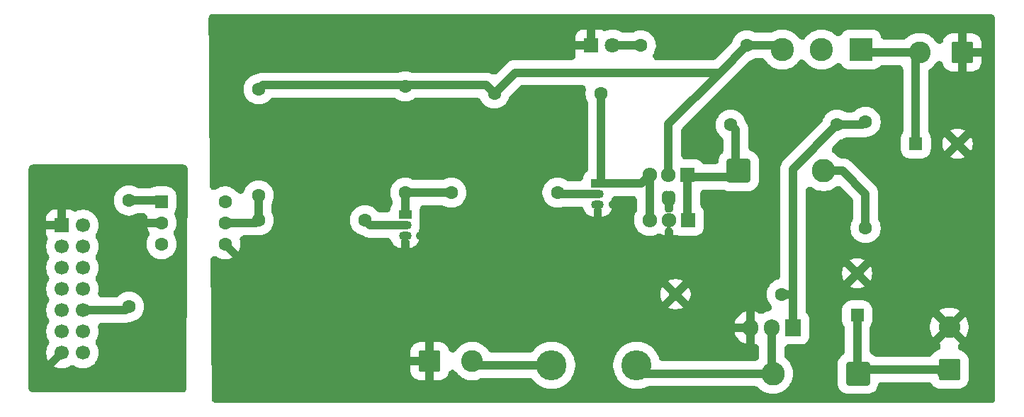
<source format=gbr>
%TF.GenerationSoftware,KiCad,Pcbnew,9.0.2*%
%TF.CreationDate,2025-06-10T15:27:33-03:00*%
%TF.ProjectId,proj3_potencia,70726f6a-335f-4706-9f74-656e6369612e,rev?*%
%TF.SameCoordinates,Original*%
%TF.FileFunction,Copper,L2,Bot*%
%TF.FilePolarity,Positive*%
%FSLAX46Y46*%
G04 Gerber Fmt 4.6, Leading zero omitted, Abs format (unit mm)*
G04 Created by KiCad (PCBNEW 9.0.2) date 2025-06-10 15:27:33*
%MOMM*%
%LPD*%
G01*
G04 APERTURE LIST*
G04 Aperture macros list*
%AMRoundRect*
0 Rectangle with rounded corners*
0 $1 Rounding radius*
0 $2 $3 $4 $5 $6 $7 $8 $9 X,Y pos of 4 corners*
0 Add a 4 corners polygon primitive as box body*
4,1,4,$2,$3,$4,$5,$6,$7,$8,$9,$2,$3,0*
0 Add four circle primitives for the rounded corners*
1,1,$1+$1,$2,$3*
1,1,$1+$1,$4,$5*
1,1,$1+$1,$6,$7*
1,1,$1+$1,$8,$9*
0 Add four rect primitives between the rounded corners*
20,1,$1+$1,$2,$3,$4,$5,0*
20,1,$1+$1,$4,$5,$6,$7,0*
20,1,$1+$1,$6,$7,$8,$9,0*
20,1,$1+$1,$8,$9,$2,$3,0*%
G04 Aperture macros list end*
%TA.AperFunction,ComponentPad*%
%ADD10C,1.600000*%
%TD*%
%TA.AperFunction,ComponentPad*%
%ADD11R,1.905000X2.000000*%
%TD*%
%TA.AperFunction,ComponentPad*%
%ADD12O,1.905000X2.000000*%
%TD*%
%TA.AperFunction,ComponentPad*%
%ADD13RoundRect,0.250000X0.550000X-0.550000X0.550000X0.550000X-0.550000X0.550000X-0.550000X-0.550000X0*%
%TD*%
%TA.AperFunction,ComponentPad*%
%ADD14R,1.700000X1.700000*%
%TD*%
%TA.AperFunction,ComponentPad*%
%ADD15C,1.700000*%
%TD*%
%TA.AperFunction,ComponentPad*%
%ADD16R,1.710000X1.800000*%
%TD*%
%TA.AperFunction,ComponentPad*%
%ADD17O,1.710000X1.800000*%
%TD*%
%TA.AperFunction,ComponentPad*%
%ADD18RoundRect,0.250000X1.050000X-1.050000X1.050000X1.050000X-1.050000X1.050000X-1.050000X-1.050000X0*%
%TD*%
%TA.AperFunction,ComponentPad*%
%ADD19C,2.600000*%
%TD*%
%TA.AperFunction,ComponentPad*%
%ADD20R,1.800000X1.800000*%
%TD*%
%TA.AperFunction,ComponentPad*%
%ADD21C,1.800000*%
%TD*%
%TA.AperFunction,ComponentPad*%
%ADD22RoundRect,0.250001X1.149999X1.149999X-1.149999X1.149999X-1.149999X-1.149999X1.149999X-1.149999X0*%
%TD*%
%TA.AperFunction,ComponentPad*%
%ADD23C,2.800000*%
%TD*%
%TA.AperFunction,ComponentPad*%
%ADD24R,1.500000X1.050000*%
%TD*%
%TA.AperFunction,ComponentPad*%
%ADD25O,1.500000X1.050000*%
%TD*%
%TA.AperFunction,ComponentPad*%
%ADD26RoundRect,0.250000X-0.550000X-0.550000X0.550000X-0.550000X0.550000X0.550000X-0.550000X0.550000X0*%
%TD*%
%TA.AperFunction,ComponentPad*%
%ADD27RoundRect,0.250001X-1.149999X-1.149999X1.149999X-1.149999X1.149999X1.149999X-1.149999X1.149999X0*%
%TD*%
%TA.AperFunction,ComponentPad*%
%ADD28R,2.775000X2.775000*%
%TD*%
%TA.AperFunction,ComponentPad*%
%ADD29C,2.775000*%
%TD*%
%TA.AperFunction,ComponentPad*%
%ADD30C,3.600000*%
%TD*%
%TA.AperFunction,ComponentPad*%
%ADD31RoundRect,0.250000X1.050000X1.050000X-1.050000X1.050000X-1.050000X-1.050000X1.050000X-1.050000X0*%
%TD*%
%TA.AperFunction,ComponentPad*%
%ADD32RoundRect,0.250000X-1.050000X-1.050000X1.050000X-1.050000X1.050000X1.050000X-1.050000X1.050000X0*%
%TD*%
%TA.AperFunction,Conductor*%
%ADD33C,1.000000*%
%TD*%
G04 APERTURE END LIST*
D10*
%TO.P,R5,1*%
%TO.N,Net-(R1-Pad1)*%
X115500000Y-79700000D03*
%TO.P,R5,2*%
%TO.N,12V_Out*%
X115500000Y-67000000D03*
%TD*%
D11*
%TO.P,Q6,1,G*%
%TO.N,PWM*%
X179330000Y-95500000D03*
D12*
%TO.P,Q6,2,D*%
%TO.N,Net-(D3-A)*%
X176790000Y-95500000D03*
%TO.P,Q6,3,S*%
%TO.N,GND2*%
X174250000Y-95500000D03*
%TD*%
D13*
%TO.P,C2,1*%
%TO.N,Net-(D3-K)*%
X187000000Y-94000000D03*
D10*
%TO.P,C2,2*%
%TO.N,GND2*%
X187000000Y-89000000D03*
%TD*%
%TO.P,R1,1*%
%TO.N,Net-(R1-Pad1)*%
X115500000Y-82650000D03*
%TO.P,R1,2*%
%TO.N,Net-(Q1-B)*%
X128200000Y-82650000D03*
%TD*%
D14*
%TO.P,J5,1,Pin_1*%
%TO.N,GND1*%
X91960000Y-83260000D03*
D15*
%TO.P,J5,2,Pin_2*%
%TO.N,unconnected-(J5-Pin_2-Pad2)*%
X94500000Y-83260000D03*
%TO.P,J5,3,Pin_3*%
%TO.N,unconnected-(J5-Pin_3-Pad3)*%
X91960000Y-85800000D03*
%TO.P,J5,4,Pin_4*%
%TO.N,unconnected-(J5-Pin_4-Pad4)*%
X94500000Y-85800000D03*
%TO.P,J5,5,Pin_5*%
%TO.N,unconnected-(J5-Pin_5-Pad5)*%
X91960000Y-88340000D03*
%TO.P,J5,6,Pin_6*%
%TO.N,unconnected-(J5-Pin_6-Pad6)*%
X94500000Y-88340000D03*
%TO.P,J5,7,Pin_7*%
%TO.N,unconnected-(J5-Pin_7-Pad7)*%
X91960000Y-90880000D03*
%TO.P,J5,8,Pin_8*%
%TO.N,unconnected-(J5-Pin_8-Pad8)*%
X94500000Y-90880000D03*
%TO.P,J5,9,Pin_9*%
%TO.N,unconnected-(J5-Pin_9-Pad9)*%
X91960000Y-93420000D03*
%TO.P,J5,10,Pin_10*%
%TO.N,input_PWM*%
X94500000Y-93420000D03*
%TO.P,J5,11,Pin_11*%
%TO.N,unconnected-(J5-Pin_11-Pad11)*%
X91960000Y-95960000D03*
%TO.P,J5,12,Pin_12*%
%TO.N,unconnected-(J5-Pin_12-Pad12)*%
X94500000Y-95960000D03*
%TO.P,J5,13,Pin_13*%
%TO.N,GND1*%
X91960000Y-98500000D03*
%TO.P,J5,14,Pin_14*%
%TO.N,unconnected-(J5-Pin_14-Pad14)*%
X94500000Y-98500000D03*
%TD*%
D16*
%TO.P,Q3,1,E*%
%TO.N,Net-(D1-K)*%
X166750000Y-77250000D03*
D17*
%TO.P,Q3,2,C*%
%TO.N,12V_Out*%
X164470000Y-77250000D03*
%TO.P,Q3,3,B*%
%TO.N,Net-(Q2-C)*%
X162190000Y-77250000D03*
%TD*%
D18*
%TO.P,J3,1,Pin_1*%
%TO.N,Net-(D3-K)*%
X198000000Y-100500000D03*
D19*
%TO.P,J3,2,Pin_2*%
%TO.N,GND2*%
X198000000Y-95420000D03*
%TD*%
D20*
%TO.P,D2,1,K*%
%TO.N,GND2*%
X155230000Y-61750000D03*
D21*
%TO.P,D2,2,A*%
%TO.N,Net-(D2-A)*%
X157770000Y-61750000D03*
%TD*%
D10*
%TO.P,R3,1*%
%TO.N,Net-(Q1-C)*%
X138500000Y-79350000D03*
%TO.P,R3,2*%
%TO.N,Net-(Q2-B)*%
X151200000Y-79350000D03*
%TD*%
%TO.P,R8,1*%
%TO.N,PWM*%
X178000000Y-91500000D03*
%TO.P,R8,2*%
%TO.N,GND2*%
X165300000Y-91500000D03*
%TD*%
D22*
%TO.P,D3,1,K*%
%TO.N,Net-(D3-K)*%
X187080000Y-101000000D03*
D23*
%TO.P,D3,2,A*%
%TO.N,Net-(D3-A)*%
X176920000Y-101000000D03*
%TD*%
D10*
%TO.P,R11,1*%
%TO.N,PWM*%
X188000000Y-70900000D03*
%TO.P,R11,2*%
%TO.N,Net-(D1-A)*%
X188000000Y-83600000D03*
%TD*%
D24*
%TO.P,Q1,1,C*%
%TO.N,Net-(Q1-C)*%
X133000000Y-81960000D03*
D25*
%TO.P,Q1,2,B*%
%TO.N,Net-(Q1-B)*%
X133000000Y-83230000D03*
%TO.P,Q1,3,E*%
%TO.N,GND2*%
X133000000Y-84500000D03*
%TD*%
D10*
%TO.P,R6,1*%
%TO.N,input_PWM*%
X100000000Y-93000000D03*
%TO.P,R6,2*%
%TO.N,Net-(R6-Pad2)*%
X100000000Y-80300000D03*
%TD*%
D16*
%TO.P,Q4,1,E*%
%TO.N,Net-(D1-K)*%
X166780000Y-82625000D03*
D17*
%TO.P,Q4,2,C*%
%TO.N,GND2*%
X164500000Y-82625000D03*
%TO.P,Q4,3,B*%
%TO.N,Net-(Q2-C)*%
X162220000Y-82625000D03*
%TD*%
D26*
%TO.P,U3,1*%
%TO.N,Net-(R6-Pad2)*%
X103880000Y-80420000D03*
D10*
%TO.P,U3,2*%
%TO.N,GND1*%
X103880000Y-82960000D03*
%TO.P,U3,3,NC*%
%TO.N,unconnected-(U3-NC-Pad3)*%
X103880000Y-85500000D03*
%TO.P,U3,4*%
%TO.N,GND2*%
X111500000Y-85500000D03*
%TO.P,U3,5*%
%TO.N,Net-(R1-Pad1)*%
X111500000Y-82960000D03*
%TO.P,U3,6*%
%TO.N,unconnected-(U3-Pad6)*%
X111500000Y-80420000D03*
%TD*%
%TO.P,R10,1*%
%TO.N,PWM*%
X184600000Y-71250000D03*
%TO.P,R10,2*%
%TO.N,Net-(D1-K)*%
X171900000Y-71250000D03*
%TD*%
D27*
%TO.P,D1,1,K*%
%TO.N,Net-(D1-K)*%
X172840000Y-76750000D03*
D23*
%TO.P,D1,2,A*%
%TO.N,Net-(D1-A)*%
X183000000Y-76750000D03*
%TD*%
D10*
%TO.P,R2,1*%
%TO.N,12V_Out*%
X133000000Y-66650000D03*
%TO.P,R2,2*%
%TO.N,Net-(Q1-C)*%
X133000000Y-79350000D03*
%TD*%
D28*
%TO.P,S1,1*%
%TO.N,12V_In*%
X187450000Y-62250000D03*
D29*
%TO.P,S1,2*%
%TO.N,unconnected-(S1-Pad2)*%
X182750000Y-62250000D03*
%TO.P,S1,3*%
%TO.N,12V_Out*%
X178050000Y-62250000D03*
%TD*%
D30*
%TO.P,L2,1,1*%
%TO.N,Net-(J1-Pin_2)*%
X150500000Y-100000000D03*
%TO.P,L2,2,2*%
%TO.N,Net-(D3-A)*%
X160660000Y-100000000D03*
%TD*%
D26*
%TO.P,C1,1*%
%TO.N,12V_In*%
X194000000Y-73500000D03*
D10*
%TO.P,C1,2*%
%TO.N,GND2*%
X199000000Y-73500000D03*
%TD*%
D24*
%TO.P,Q2,1,C*%
%TO.N,Net-(Q2-C)*%
X156000000Y-78230000D03*
D25*
%TO.P,Q2,2,B*%
%TO.N,Net-(Q2-B)*%
X156000000Y-79500000D03*
%TO.P,Q2,3,E*%
%TO.N,GND2*%
X156000000Y-80770000D03*
%TD*%
D10*
%TO.P,R7,1*%
%TO.N,Net-(D2-A)*%
X161150000Y-61750000D03*
%TO.P,R7,2*%
%TO.N,12V_Out*%
X173850000Y-61750000D03*
%TD*%
%TO.P,R4,1*%
%TO.N,12V_Out*%
X143650000Y-67500000D03*
%TO.P,R4,2*%
%TO.N,Net-(Q2-C)*%
X156350000Y-67500000D03*
%TD*%
D31*
%TO.P,J2,1,Pin_1*%
%TO.N,GND2*%
X199545000Y-62577500D03*
D19*
%TO.P,J2,2,Pin_2*%
%TO.N,12V_In*%
X194465000Y-62577500D03*
%TD*%
D32*
%TO.P,J1,1,Pin_1*%
%TO.N,GND2*%
X135920000Y-99500000D03*
D19*
%TO.P,J1,2,Pin_2*%
%TO.N,Net-(J1-Pin_2)*%
X141000000Y-99500000D03*
%TD*%
D33*
%TO.N,Net-(D3-K)*%
X187000000Y-94000000D02*
X187000000Y-100920000D01*
X188000000Y-100500000D02*
X198000000Y-100500000D01*
X187080000Y-101000000D02*
X187500000Y-101000000D01*
X198000000Y-100080000D02*
X197080000Y-101000000D01*
X187500000Y-101000000D02*
X188000000Y-100500000D01*
X187000000Y-100920000D02*
X187080000Y-101000000D01*
%TO.N,Net-(Q1-C)*%
X133000000Y-79350000D02*
X133000000Y-81960000D01*
X138500000Y-79350000D02*
X133000000Y-79350000D01*
%TO.N,Net-(Q1-B)*%
X128780000Y-83230000D02*
X128200000Y-82650000D01*
X133000000Y-83230000D02*
X128780000Y-83230000D01*
%TO.N,Net-(Q2-B)*%
X151200000Y-79350000D02*
X151350000Y-79500000D01*
X151350000Y-79500000D02*
X156000000Y-79500000D01*
%TO.N,Net-(Q2-C)*%
X161210000Y-78230000D02*
X156000000Y-78230000D01*
X162190000Y-77250000D02*
X161210000Y-78230000D01*
X162190000Y-77250000D02*
X162190000Y-82595000D01*
X156350000Y-77880000D02*
X156000000Y-78230000D01*
X162190000Y-82595000D02*
X162220000Y-82625000D01*
X156350000Y-67500000D02*
X156350000Y-77880000D01*
%TO.N,Net-(D1-K)*%
X166750000Y-77250000D02*
X166750000Y-82595000D01*
X172500000Y-76410000D02*
X172840000Y-76750000D01*
X172840000Y-76750000D02*
X172090000Y-77500000D01*
X167000000Y-77500000D02*
X166750000Y-77250000D01*
X166750000Y-82595000D02*
X166780000Y-82625000D01*
X172500000Y-71850000D02*
X172500000Y-76410000D01*
X172090000Y-77500000D02*
X167000000Y-77500000D01*
X171900000Y-71250000D02*
X172500000Y-71850000D01*
%TO.N,Net-(D1-A)*%
X183000000Y-76750000D02*
X185250000Y-76750000D01*
X185250000Y-76750000D02*
X188000000Y-79500000D01*
X188000000Y-79500000D02*
X188000000Y-83600000D01*
%TO.N,GND1*%
X103880000Y-82960000D02*
X101540000Y-82960000D01*
X101540000Y-82960000D02*
X101500000Y-83000000D01*
%TO.N,Net-(R1-Pad1)*%
X115500000Y-82650000D02*
X115500000Y-79700000D01*
X115190000Y-82960000D02*
X115500000Y-82650000D01*
X111500000Y-82960000D02*
X115190000Y-82960000D01*
%TO.N,Net-(R6-Pad2)*%
X103760000Y-80300000D02*
X103880000Y-80420000D01*
X100000000Y-80300000D02*
X103760000Y-80300000D01*
%TO.N,Net-(D2-A)*%
X157770000Y-61750000D02*
X161150000Y-61750000D01*
%TO.N,Net-(D3-A)*%
X161660000Y-101000000D02*
X176920000Y-101000000D01*
X176790000Y-95500000D02*
X176790000Y-100870000D01*
X176790000Y-100870000D02*
X176920000Y-101000000D01*
X160660000Y-100000000D02*
X161660000Y-101000000D01*
%TO.N,Net-(J1-Pin_2)*%
X141500000Y-100000000D02*
X141000000Y-99500000D01*
X150500000Y-100000000D02*
X141500000Y-100000000D01*
%TO.N,12V_Out*%
X173850000Y-61750000D02*
X177550000Y-61750000D01*
X142650000Y-66500000D02*
X143650000Y-67500000D01*
X164470000Y-71130000D02*
X170600000Y-65000000D01*
X115500000Y-67000000D02*
X116000000Y-66500000D01*
X164470000Y-77250000D02*
X164470000Y-71130000D01*
X170600000Y-65000000D02*
X158750000Y-65000000D01*
X133000000Y-66650000D02*
X133150000Y-66500000D01*
X177550000Y-61750000D02*
X178050000Y-62250000D01*
X146150000Y-65000000D02*
X143650000Y-67500000D01*
X132850000Y-66500000D02*
X133000000Y-66650000D01*
X133150000Y-66500000D02*
X142650000Y-66500000D01*
X158750000Y-65000000D02*
X146150000Y-65000000D01*
X116000000Y-66500000D02*
X132850000Y-66500000D01*
X173850000Y-61750000D02*
X170600000Y-65000000D01*
%TO.N,PWM*%
X184600000Y-71250000D02*
X179330000Y-76520000D01*
X179330000Y-76520000D02*
X179330000Y-88250000D01*
X179330000Y-88250000D02*
X179330000Y-91500000D01*
X178000000Y-91500000D02*
X179330000Y-91500000D01*
X184600000Y-71250000D02*
X187650000Y-71250000D01*
X179330000Y-91500000D02*
X179330000Y-95500000D01*
X187650000Y-71250000D02*
X188000000Y-70900000D01*
%TO.N,input_PWM*%
X94500000Y-93420000D02*
X99580000Y-93420000D01*
X99580000Y-93420000D02*
X100000000Y-93000000D01*
%TO.N,12V_In*%
X194465000Y-62577500D02*
X187777500Y-62577500D01*
X194000000Y-73500000D02*
X194000000Y-63042500D01*
X187777500Y-62577500D02*
X187450000Y-62250000D01*
X194000000Y-63042500D02*
X194465000Y-62577500D01*
%TD*%
%TA.AperFunction,Conductor*%
%TO.N,GND1*%
G36*
X106635450Y-76020213D02*
G01*
X106764645Y-76079214D01*
X106871984Y-76172224D01*
X106948771Y-76291708D01*
X106988786Y-76427985D01*
X106993860Y-76501036D01*
X106896313Y-100350500D01*
X106886486Y-102753041D01*
X106865698Y-102893542D01*
X106806169Y-103022494D01*
X106712720Y-103129452D01*
X106592924Y-103205750D01*
X106456484Y-103245207D01*
X106387490Y-103250000D01*
X88499500Y-103250000D01*
X88358915Y-103229787D01*
X88229720Y-103170786D01*
X88122381Y-103077776D01*
X88045594Y-102958292D01*
X88005579Y-102822015D01*
X88000500Y-102751000D01*
X88000500Y-85678712D01*
X90109500Y-85678712D01*
X90109500Y-85722604D01*
X90109500Y-85921287D01*
X90141160Y-86161781D01*
X90141161Y-86161787D01*
X90203946Y-86396101D01*
X90203947Y-86396104D01*
X90296774Y-86620209D01*
X90412412Y-86820500D01*
X90465199Y-86952356D01*
X90478700Y-87093744D01*
X90451820Y-87233207D01*
X90412412Y-87319500D01*
X90296774Y-87519790D01*
X90203947Y-87743895D01*
X90203946Y-87743898D01*
X90141161Y-87978212D01*
X90141160Y-87978218D01*
X90109500Y-88218712D01*
X90109500Y-88461287D01*
X90141160Y-88701781D01*
X90141161Y-88701787D01*
X90203946Y-88936101D01*
X90203947Y-88936104D01*
X90296774Y-89160209D01*
X90412412Y-89360500D01*
X90465199Y-89492356D01*
X90478700Y-89633744D01*
X90451820Y-89773207D01*
X90412412Y-89859500D01*
X90296774Y-90059790D01*
X90203947Y-90283895D01*
X90203946Y-90283898D01*
X90141161Y-90518212D01*
X90141160Y-90518218D01*
X90109500Y-90758712D01*
X90109500Y-91001287D01*
X90141160Y-91241781D01*
X90141161Y-91241787D01*
X90203946Y-91476101D01*
X90203947Y-91476104D01*
X90296774Y-91700209D01*
X90412412Y-91900500D01*
X90465199Y-92032356D01*
X90478700Y-92173744D01*
X90451820Y-92313207D01*
X90412412Y-92399500D01*
X90296774Y-92599790D01*
X90203947Y-92823895D01*
X90203946Y-92823898D01*
X90141161Y-93058212D01*
X90141160Y-93058218D01*
X90109500Y-93298712D01*
X90109500Y-93541287D01*
X90141160Y-93781781D01*
X90141161Y-93781787D01*
X90203946Y-94016101D01*
X90203947Y-94016104D01*
X90296774Y-94240209D01*
X90412412Y-94440500D01*
X90465199Y-94572356D01*
X90478700Y-94713744D01*
X90451820Y-94853207D01*
X90412412Y-94939500D01*
X90296774Y-95139790D01*
X90203947Y-95363895D01*
X90203946Y-95363898D01*
X90141161Y-95598212D01*
X90141160Y-95598218D01*
X90109500Y-95838712D01*
X90109500Y-96081287D01*
X90141160Y-96321781D01*
X90141161Y-96321787D01*
X90203946Y-96556101D01*
X90203947Y-96556104D01*
X90296776Y-96780215D01*
X90412700Y-96981000D01*
X90465488Y-97112856D01*
X90478989Y-97254243D01*
X90452110Y-97393707D01*
X90412702Y-97479998D01*
X90297223Y-97680014D01*
X90204422Y-97904056D01*
X90204421Y-97904059D01*
X90141653Y-98138313D01*
X90110000Y-98378745D01*
X90110000Y-98621254D01*
X90141653Y-98861686D01*
X90204420Y-99095935D01*
X90297230Y-99319997D01*
X90346886Y-99406004D01*
X90346888Y-99406005D01*
X91252893Y-98500000D01*
X91252893Y-98302375D01*
X91262583Y-98234975D01*
X91271472Y-98167481D01*
X91272680Y-98164749D01*
X91273106Y-98161790D01*
X91301404Y-98099825D01*
X91328936Y-98037595D01*
X91330864Y-98035314D01*
X91332107Y-98032595D01*
X91376703Y-97981128D01*
X91420666Y-97929159D01*
X91423160Y-97927513D01*
X91425117Y-97925256D01*
X91482369Y-97888462D01*
X91539230Y-97850960D01*
X91542088Y-97850083D01*
X91544601Y-97848469D01*
X91609899Y-97829295D01*
X91675023Y-97809331D01*
X91678012Y-97809295D01*
X91680878Y-97808454D01*
X91817033Y-97807646D01*
X91830747Y-97809451D01*
X91967484Y-97847845D01*
X92087870Y-97923210D01*
X92118438Y-97951333D01*
X92267004Y-98099899D01*
X92152993Y-98034075D01*
X92025826Y-98000000D01*
X91894174Y-98000000D01*
X91767007Y-98034075D01*
X91652993Y-98099901D01*
X91559901Y-98192993D01*
X91494075Y-98307007D01*
X91460000Y-98434174D01*
X91460000Y-98565826D01*
X91494075Y-98692993D01*
X91559901Y-98807007D01*
X91652993Y-98900099D01*
X91767007Y-98965925D01*
X91894174Y-99000000D01*
X92025826Y-99000000D01*
X92152993Y-98965925D01*
X92267007Y-98900099D01*
X92360099Y-98807007D01*
X92425925Y-98692993D01*
X92460000Y-98565826D01*
X92460000Y-98434174D01*
X92425925Y-98307007D01*
X92360100Y-98192995D01*
X92508666Y-98341561D01*
X92593782Y-98455262D01*
X92643416Y-98588337D01*
X92650549Y-98629257D01*
X92652353Y-98642956D01*
X92650668Y-98784976D01*
X92609039Y-98920769D01*
X92530840Y-99039333D01*
X92422404Y-99131063D01*
X92292518Y-99188527D01*
X92157624Y-99207106D01*
X91959999Y-99207106D01*
X91053993Y-100113111D01*
X91140013Y-100162775D01*
X91364061Y-100255578D01*
X91598313Y-100318346D01*
X91838746Y-100350000D01*
X92081254Y-100350000D01*
X92321686Y-100318346D01*
X92555938Y-100255578D01*
X92779996Y-100162770D01*
X92979990Y-100047301D01*
X93111845Y-99994512D01*
X93253232Y-99981009D01*
X93392696Y-100007886D01*
X93478996Y-100047297D01*
X93479003Y-100047301D01*
X93679788Y-100163224D01*
X93903900Y-100256054D01*
X94138211Y-100318838D01*
X94138215Y-100318838D01*
X94138218Y-100318839D01*
X94378712Y-100350500D01*
X94621288Y-100350500D01*
X94861781Y-100318839D01*
X94861779Y-100318839D01*
X94861789Y-100318838D01*
X95096100Y-100256054D01*
X95320212Y-100163224D01*
X95530289Y-100041936D01*
X95722738Y-99894265D01*
X95894265Y-99722738D01*
X96041936Y-99530289D01*
X96163224Y-99320212D01*
X96256054Y-99096100D01*
X96318838Y-98861789D01*
X96350500Y-98621288D01*
X96350500Y-98378712D01*
X96321942Y-98161790D01*
X96318839Y-98138218D01*
X96318838Y-98138212D01*
X96318838Y-98138211D01*
X96256054Y-97903900D01*
X96163224Y-97679788D01*
X96047587Y-97479499D01*
X95994800Y-97347645D01*
X95981299Y-97206258D01*
X96008178Y-97066795D01*
X96047588Y-96980499D01*
X96163222Y-96780215D01*
X96163224Y-96780212D01*
X96256054Y-96556100D01*
X96318838Y-96321789D01*
X96350500Y-96081288D01*
X96350500Y-95838712D01*
X96318838Y-95598211D01*
X96305558Y-95548653D01*
X96288696Y-95407628D01*
X96312248Y-95267564D01*
X96374307Y-95139809D01*
X96469844Y-95034713D01*
X96591120Y-94960790D01*
X96728311Y-94924029D01*
X96787555Y-94920500D01*
X99698092Y-94920500D01*
X99931368Y-94883553D01*
X100038203Y-94848839D01*
X100174641Y-94804509D01*
X100175281Y-94806480D01*
X100274455Y-94779903D01*
X100352014Y-94769693D01*
X100579993Y-94708606D01*
X100798049Y-94618284D01*
X101002450Y-94500273D01*
X101189699Y-94356592D01*
X101356592Y-94189699D01*
X101500273Y-94002450D01*
X101618284Y-93798049D01*
X101708606Y-93579993D01*
X101769693Y-93352014D01*
X101800500Y-93118011D01*
X101800500Y-92881989D01*
X101769694Y-92647992D01*
X101769692Y-92647982D01*
X101756778Y-92599788D01*
X101708606Y-92420007D01*
X101618284Y-92201951D01*
X101500273Y-91997550D01*
X101356592Y-91810301D01*
X101189699Y-91643408D01*
X101002450Y-91499727D01*
X101002449Y-91499726D01*
X101002446Y-91499724D01*
X101002444Y-91499723D01*
X100798048Y-91381715D01*
X100579998Y-91291396D01*
X100579990Y-91291393D01*
X100352017Y-91230307D01*
X100352007Y-91230305D01*
X100143467Y-91202851D01*
X100118011Y-91199500D01*
X99881989Y-91199500D01*
X99859029Y-91202522D01*
X99647992Y-91230305D01*
X99647982Y-91230307D01*
X99420009Y-91291393D01*
X99420001Y-91291396D01*
X99201951Y-91381715D01*
X98997555Y-91499723D01*
X98997553Y-91499724D01*
X98810302Y-91643407D01*
X98810296Y-91643412D01*
X98680363Y-91773346D01*
X98566662Y-91858462D01*
X98433587Y-91908096D01*
X98327517Y-91919500D01*
X96787555Y-91919500D01*
X96646970Y-91899287D01*
X96517775Y-91840286D01*
X96410436Y-91747276D01*
X96333649Y-91627792D01*
X96293634Y-91491515D01*
X96293634Y-91349485D01*
X96305559Y-91291346D01*
X96318838Y-91241789D01*
X96350500Y-91001288D01*
X96350500Y-90758712D01*
X96318838Y-90518211D01*
X96256054Y-90283900D01*
X96163224Y-90059788D01*
X96047587Y-89859499D01*
X95994800Y-89727645D01*
X95981299Y-89586258D01*
X96008178Y-89446795D01*
X96047588Y-89360499D01*
X96163224Y-89160212D01*
X96256054Y-88936100D01*
X96318838Y-88701789D01*
X96350500Y-88461288D01*
X96350500Y-88218712D01*
X96318838Y-87978211D01*
X96256054Y-87743900D01*
X96163224Y-87519788D01*
X96047587Y-87319499D01*
X95994800Y-87187645D01*
X95981299Y-87046258D01*
X96008178Y-86906795D01*
X96047588Y-86820499D01*
X96123103Y-86689703D01*
X96163224Y-86620212D01*
X96256054Y-86396100D01*
X96318838Y-86161789D01*
X96350500Y-85921288D01*
X96350500Y-85678712D01*
X96318838Y-85438211D01*
X96256054Y-85203900D01*
X96163224Y-84979788D01*
X96047587Y-84779499D01*
X95994800Y-84647645D01*
X95981299Y-84506258D01*
X96008178Y-84366795D01*
X96047588Y-84280499D01*
X96060541Y-84258064D01*
X96163224Y-84080212D01*
X96256054Y-83856100D01*
X96318838Y-83621789D01*
X96350500Y-83381288D01*
X96350500Y-83138712D01*
X96326050Y-82952993D01*
X96318839Y-82898218D01*
X96318838Y-82898212D01*
X96310276Y-82866257D01*
X96256054Y-82663900D01*
X96163224Y-82439788D01*
X96041936Y-82229711D01*
X96041935Y-82229709D01*
X96041933Y-82229706D01*
X95894271Y-82037269D01*
X95894260Y-82037257D01*
X95722742Y-81865739D01*
X95722730Y-81865728D01*
X95530293Y-81718066D01*
X95530284Y-81718061D01*
X95320211Y-81596775D01*
X95096104Y-81503947D01*
X95096101Y-81503946D01*
X94861787Y-81441161D01*
X94861781Y-81441160D01*
X94621288Y-81409500D01*
X94378712Y-81409500D01*
X94138218Y-81441160D01*
X94138212Y-81441161D01*
X93903900Y-81503946D01*
X93746364Y-81569199D01*
X93608745Y-81604323D01*
X93466805Y-81599253D01*
X93332044Y-81554399D01*
X93324372Y-81550476D01*
X93182868Y-81476560D01*
X93182862Y-81476558D01*
X92987329Y-81420609D01*
X92867997Y-81410000D01*
X92460000Y-81410000D01*
X92460000Y-82761000D01*
X92454921Y-82796325D01*
X92454921Y-82832015D01*
X92444866Y-82866257D01*
X92439787Y-82901585D01*
X92424959Y-82934052D01*
X92414906Y-82968292D01*
X92395613Y-82998311D01*
X92391483Y-83007353D01*
X92360099Y-82952993D01*
X92267007Y-82859901D01*
X92152993Y-82794075D01*
X92025826Y-82760000D01*
X91894174Y-82760000D01*
X91767007Y-82794075D01*
X91652993Y-82859901D01*
X91559901Y-82952993D01*
X91494075Y-83067007D01*
X91460000Y-83194174D01*
X91460000Y-83325826D01*
X91494075Y-83452993D01*
X91559901Y-83567007D01*
X91652993Y-83660099D01*
X91705975Y-83690688D01*
X91668292Y-83714906D01*
X91532015Y-83754921D01*
X91461000Y-83760000D01*
X90110000Y-83760000D01*
X90110000Y-84167996D01*
X90120609Y-84287329D01*
X90176558Y-84482862D01*
X90176560Y-84482868D01*
X90250476Y-84624372D01*
X90262958Y-84659820D01*
X90280101Y-84693256D01*
X90286422Y-84726455D01*
X90297650Y-84758339D01*
X90299639Y-84795863D01*
X90306669Y-84832779D01*
X90303380Y-84866419D01*
X90305170Y-84900170D01*
X90296506Y-84936735D01*
X90292851Y-84974136D01*
X90283781Y-85011160D01*
X90203946Y-85203900D01*
X90141162Y-85438211D01*
X90109500Y-85678712D01*
X88000500Y-85678712D01*
X88000500Y-82352003D01*
X90110000Y-82352003D01*
X90110000Y-82760000D01*
X91460000Y-82760000D01*
X91460000Y-81410000D01*
X91052003Y-81410000D01*
X90932670Y-81420609D01*
X90737137Y-81476558D01*
X90737131Y-81476560D01*
X90556872Y-81570720D01*
X90556868Y-81570722D01*
X90399246Y-81699246D01*
X90270722Y-81856868D01*
X90270720Y-81856872D01*
X90176560Y-82037131D01*
X90176558Y-82037137D01*
X90120609Y-82232670D01*
X90110000Y-82352003D01*
X88000500Y-82352003D01*
X88000500Y-80181989D01*
X98199500Y-80181989D01*
X98199500Y-80418010D01*
X98230305Y-80652007D01*
X98230307Y-80652017D01*
X98291393Y-80879990D01*
X98291396Y-80879998D01*
X98381715Y-81098048D01*
X98499723Y-81302444D01*
X98499724Y-81302446D01*
X98499726Y-81302449D01*
X98499727Y-81302450D01*
X98643408Y-81489699D01*
X98810301Y-81656592D01*
X98997550Y-81800273D01*
X99201951Y-81918284D01*
X99420007Y-82008606D01*
X99647986Y-82069693D01*
X99647988Y-82069693D01*
X99647992Y-82069694D01*
X99791844Y-82088632D01*
X99881989Y-82100500D01*
X99881990Y-82100500D01*
X100118010Y-82100500D01*
X100118011Y-82100500D01*
X100264645Y-82081195D01*
X100352007Y-82069694D01*
X100352008Y-82069693D01*
X100352014Y-82069693D01*
X100579993Y-82008606D01*
X100798049Y-81918284D01*
X100886266Y-81867351D01*
X100941270Y-81845331D01*
X100995178Y-81820713D01*
X101007017Y-81819010D01*
X101018120Y-81814566D01*
X101135763Y-81800500D01*
X101676881Y-81800500D01*
X101817466Y-81820713D01*
X101946661Y-81879714D01*
X102054000Y-81972724D01*
X102130787Y-82092208D01*
X102170802Y-82228485D01*
X102170802Y-82370515D01*
X102158878Y-82428651D01*
X102110798Y-82608085D01*
X102080000Y-82842022D01*
X102080000Y-83077977D01*
X102110798Y-83311914D01*
X102171871Y-83539838D01*
X102262163Y-83757823D01*
X102390621Y-83980319D01*
X102443409Y-84112176D01*
X102456910Y-84253563D01*
X102430031Y-84393026D01*
X102385752Y-84482165D01*
X102387895Y-84483402D01*
X102261715Y-84701951D01*
X102171396Y-84920001D01*
X102171393Y-84920009D01*
X102110307Y-85147982D01*
X102110305Y-85147992D01*
X102079500Y-85381989D01*
X102079500Y-85618010D01*
X102110305Y-85852007D01*
X102110307Y-85852017D01*
X102171393Y-86079990D01*
X102171396Y-86079998D01*
X102261715Y-86298048D01*
X102379723Y-86502444D01*
X102379724Y-86502446D01*
X102379726Y-86502449D01*
X102379727Y-86502450D01*
X102523408Y-86689699D01*
X102690301Y-86856592D01*
X102877550Y-87000273D01*
X102877553Y-87000275D01*
X102877555Y-87000276D01*
X102957198Y-87046258D01*
X103081951Y-87118284D01*
X103300007Y-87208606D01*
X103527986Y-87269693D01*
X103527988Y-87269693D01*
X103527992Y-87269694D01*
X103671844Y-87288632D01*
X103761989Y-87300500D01*
X103761990Y-87300500D01*
X103998010Y-87300500D01*
X103998011Y-87300500D01*
X104144645Y-87281195D01*
X104232007Y-87269694D01*
X104232008Y-87269693D01*
X104232014Y-87269693D01*
X104459993Y-87208606D01*
X104678049Y-87118284D01*
X104882450Y-87000273D01*
X105069699Y-86856592D01*
X105236592Y-86689699D01*
X105380273Y-86502450D01*
X105498284Y-86298049D01*
X105588606Y-86079993D01*
X105649693Y-85852014D01*
X105680500Y-85618011D01*
X105680500Y-85381989D01*
X105649693Y-85147986D01*
X105588606Y-84920007D01*
X105498284Y-84701951D01*
X105380273Y-84497550D01*
X105372105Y-84483402D01*
X105374616Y-84481952D01*
X105325333Y-84378966D01*
X105302602Y-84238766D01*
X105320291Y-84097842D01*
X105369380Y-83980310D01*
X105497832Y-83757833D01*
X105588130Y-83539832D01*
X105649201Y-83311914D01*
X105680000Y-83077977D01*
X105680000Y-82842022D01*
X105649201Y-82608085D01*
X105588128Y-82380161D01*
X105497835Y-82162172D01*
X105486600Y-82142713D01*
X105433810Y-82010858D01*
X105420306Y-81869471D01*
X105447182Y-81730007D01*
X105508562Y-81609032D01*
X105522007Y-81589626D01*
X105615096Y-81384683D01*
X105670096Y-81166412D01*
X105680500Y-81034217D01*
X105680499Y-79805784D01*
X105670096Y-79673588D01*
X105615096Y-79455317D01*
X105543437Y-79297553D01*
X105522008Y-79250375D01*
X105393820Y-79065347D01*
X105393812Y-79065338D01*
X105234661Y-78906187D01*
X105234652Y-78906179D01*
X105049624Y-78777991D01*
X104912997Y-78715933D01*
X104844683Y-78684904D01*
X104626412Y-78629904D01*
X104494217Y-78619500D01*
X104494215Y-78619500D01*
X103265790Y-78619500D01*
X103265771Y-78619501D01*
X103133593Y-78629903D01*
X103133588Y-78629904D01*
X102915316Y-78684904D01*
X102817335Y-78729408D01*
X102761370Y-78754829D01*
X102625014Y-78794565D01*
X102555008Y-78799500D01*
X101135763Y-78799500D01*
X100995178Y-78779287D01*
X100886267Y-78732648D01*
X100798049Y-78681716D01*
X100579993Y-78591394D01*
X100579991Y-78591393D01*
X100579990Y-78591393D01*
X100352017Y-78530307D01*
X100352007Y-78530305D01*
X100143467Y-78502851D01*
X100118011Y-78499500D01*
X99881989Y-78499500D01*
X99859029Y-78502522D01*
X99647992Y-78530305D01*
X99647982Y-78530307D01*
X99420009Y-78591393D01*
X99420001Y-78591396D01*
X99201951Y-78681715D01*
X98997555Y-78799723D01*
X98997553Y-78799724D01*
X98810302Y-78943407D01*
X98810296Y-78943412D01*
X98643412Y-79110296D01*
X98643407Y-79110302D01*
X98499724Y-79297553D01*
X98499723Y-79297555D01*
X98381715Y-79501951D01*
X98291396Y-79720001D01*
X98291393Y-79720009D01*
X98230307Y-79947982D01*
X98230305Y-79947992D01*
X98199500Y-80181989D01*
X88000500Y-80181989D01*
X88000500Y-76499000D01*
X88020713Y-76358415D01*
X88079714Y-76229220D01*
X88172724Y-76121881D01*
X88292208Y-76045094D01*
X88428485Y-76005079D01*
X88499500Y-76000000D01*
X106494865Y-76000000D01*
X106635450Y-76020213D01*
G37*
%TD.AperFunction*%
%TD*%
%TA.AperFunction,Conductor*%
%TO.N,GND2*%
G36*
X164348384Y-79150500D02*
G01*
X164591616Y-79150500D01*
X164717797Y-79133888D01*
X164750500Y-79133888D01*
X164788747Y-79139387D01*
X164827387Y-79139847D01*
X164858683Y-79149442D01*
X164891085Y-79154101D01*
X164926235Y-79170153D01*
X164963178Y-79181480D01*
X164990500Y-79199502D01*
X165020280Y-79213102D01*
X165049487Y-79238410D01*
X165081739Y-79259684D01*
X165102876Y-79284672D01*
X165127619Y-79306112D01*
X165148510Y-79338619D01*
X165173466Y-79368122D01*
X165186710Y-79398060D01*
X165204406Y-79425596D01*
X165215291Y-79462668D01*
X165230926Y-79498010D01*
X165235569Y-79531726D01*
X165244421Y-79561873D01*
X165244421Y-79596006D01*
X165249500Y-79632888D01*
X165249500Y-80356009D01*
X165229287Y-80496594D01*
X165170286Y-80625789D01*
X165077276Y-80733128D01*
X165054272Y-80751892D01*
X165000000Y-80793536D01*
X165000000Y-81250828D01*
X164980758Y-81388029D01*
X164980749Y-81388095D01*
X164978749Y-81395085D01*
X164920643Y-81524686D01*
X164828378Y-81632666D01*
X164709429Y-81710279D01*
X164573432Y-81751236D01*
X164431405Y-81752219D01*
X164294855Y-81713148D01*
X164174843Y-81637190D01*
X164081092Y-81530497D01*
X164021198Y-81401713D01*
X164000012Y-81261272D01*
X164000000Y-81257818D01*
X164000000Y-80793536D01*
X163885729Y-80705854D01*
X163786500Y-80604235D01*
X163719920Y-80478777D01*
X163691383Y-80339644D01*
X163690500Y-80309970D01*
X163690500Y-79632888D01*
X163695579Y-79597562D01*
X163695579Y-79561873D01*
X163705633Y-79527630D01*
X163710713Y-79492303D01*
X163725540Y-79459835D01*
X163735594Y-79425596D01*
X163754886Y-79395576D01*
X163769714Y-79363108D01*
X163793087Y-79336133D01*
X163812381Y-79306112D01*
X163839352Y-79282740D01*
X163862724Y-79255769D01*
X163892745Y-79236475D01*
X163919720Y-79213102D01*
X163952188Y-79198274D01*
X163982208Y-79178982D01*
X164016447Y-79168928D01*
X164048915Y-79154101D01*
X164073409Y-79152202D01*
X164118485Y-79138967D01*
X164189500Y-79133888D01*
X164222203Y-79133888D01*
X164348384Y-79150500D01*
G37*
%TD.AperFunction*%
%TA.AperFunction,Conductor*%
G36*
X203099541Y-58020713D02*
G01*
X203228736Y-58079714D01*
X203336075Y-58172724D01*
X203412862Y-58292208D01*
X203452877Y-58428485D01*
X203457937Y-58495305D01*
X203496444Y-63077500D01*
X203499482Y-63439045D01*
X203499500Y-63443238D01*
X203499500Y-104000500D01*
X203479287Y-104141085D01*
X203420286Y-104270280D01*
X203327276Y-104377619D01*
X203207792Y-104454406D01*
X203071515Y-104494421D01*
X203000500Y-104499500D01*
X110388851Y-104499500D01*
X110248266Y-104479287D01*
X110119071Y-104420286D01*
X110011732Y-104327276D01*
X109934945Y-104207792D01*
X109894930Y-104071515D01*
X109889869Y-104004736D01*
X109861136Y-100614202D01*
X133620001Y-100614202D01*
X133630399Y-100746328D01*
X133685377Y-100964518D01*
X133778427Y-101169372D01*
X133778427Y-101169373D01*
X133906571Y-101354338D01*
X134065661Y-101513428D01*
X134250626Y-101641572D01*
X134455479Y-101734622D01*
X134673671Y-101789600D01*
X134805797Y-101799999D01*
X135419999Y-101799999D01*
X135420000Y-101799998D01*
X135420000Y-100000000D01*
X133620001Y-100000000D01*
X133620001Y-100614202D01*
X109861136Y-100614202D01*
X109851151Y-99435981D01*
X135270000Y-99435981D01*
X135270000Y-99564019D01*
X135294979Y-99689598D01*
X135343978Y-99807890D01*
X135415112Y-99914351D01*
X135505649Y-100004888D01*
X135612110Y-100076022D01*
X135730402Y-100125021D01*
X135855981Y-100150000D01*
X135984019Y-100150000D01*
X136109598Y-100125021D01*
X136227890Y-100076022D01*
X136334351Y-100004888D01*
X136420000Y-99919239D01*
X136420000Y-101799999D01*
X137034185Y-101799999D01*
X137034202Y-101799998D01*
X137166328Y-101789600D01*
X137384518Y-101734622D01*
X137589372Y-101641572D01*
X137589373Y-101641572D01*
X137774338Y-101513428D01*
X137933428Y-101354338D01*
X138061572Y-101169373D01*
X138061572Y-101169372D01*
X138154623Y-100964518D01*
X138168249Y-100910440D01*
X138222199Y-100779055D01*
X138310978Y-100668192D01*
X138427396Y-100586831D01*
X138562019Y-100541565D01*
X138703943Y-100536060D01*
X138841668Y-100570762D01*
X138964038Y-100642861D01*
X139061139Y-100746515D01*
X139080577Y-100777056D01*
X139083104Y-100780838D01*
X139266681Y-101020080D01*
X139479919Y-101233318D01*
X139700703Y-101402732D01*
X139719168Y-101416900D01*
X139719174Y-101416903D01*
X139719178Y-101416906D01*
X139980329Y-101567682D01*
X139980328Y-101567682D01*
X140216686Y-101665584D01*
X140258942Y-101683087D01*
X140550232Y-101761138D01*
X140550234Y-101761138D01*
X140550238Y-101761139D01*
X140734038Y-101785336D01*
X140849217Y-101800500D01*
X140849218Y-101800500D01*
X141150782Y-101800500D01*
X141150783Y-101800500D01*
X141338138Y-101775834D01*
X141449761Y-101761139D01*
X141449762Y-101761138D01*
X141449768Y-101761138D01*
X141741058Y-101683087D01*
X142019668Y-101567683D01*
X142020238Y-101567353D01*
X142020756Y-101567146D01*
X142034321Y-101560457D01*
X142034839Y-101561508D01*
X142152091Y-101514567D01*
X142269738Y-101500500D01*
X147874329Y-101500500D01*
X148014914Y-101520713D01*
X148144109Y-101579714D01*
X148251448Y-101672724D01*
X148264462Y-101688378D01*
X148408531Y-101869035D01*
X148408545Y-101869050D01*
X148630956Y-102091461D01*
X148786278Y-102215327D01*
X148876877Y-102287577D01*
X149143211Y-102454926D01*
X149426606Y-102591402D01*
X149723500Y-102695289D01*
X150030160Y-102765282D01*
X150030171Y-102765283D01*
X150030181Y-102765285D01*
X150342709Y-102800498D01*
X150342727Y-102800500D01*
X150657273Y-102800500D01*
X150707007Y-102794896D01*
X150969818Y-102765285D01*
X150969825Y-102765283D01*
X150969840Y-102765282D01*
X151276500Y-102695289D01*
X151573394Y-102591402D01*
X151856789Y-102454926D01*
X152123123Y-102287577D01*
X152369044Y-102091461D01*
X152591461Y-101869044D01*
X152787577Y-101623123D01*
X152954926Y-101356789D01*
X153091402Y-101073394D01*
X153195289Y-100776500D01*
X153265282Y-100469840D01*
X153265283Y-100469825D01*
X153265285Y-100469818D01*
X153300499Y-100157281D01*
X153300500Y-100157273D01*
X153300500Y-99842726D01*
X153300499Y-99842718D01*
X157859500Y-99842718D01*
X157859500Y-100157281D01*
X157894714Y-100469818D01*
X157894719Y-100469846D01*
X157964707Y-100776486D01*
X157964713Y-100776508D01*
X158068595Y-101073386D01*
X158068603Y-101073405D01*
X158205071Y-101356784D01*
X158205073Y-101356788D01*
X158205074Y-101356789D01*
X158333047Y-101560457D01*
X158372425Y-101623126D01*
X158568538Y-101869043D01*
X158790956Y-102091461D01*
X158946278Y-102215327D01*
X159036877Y-102287577D01*
X159303211Y-102454926D01*
X159586606Y-102591402D01*
X159883500Y-102695289D01*
X160190160Y-102765282D01*
X160190171Y-102765283D01*
X160190181Y-102765285D01*
X160502709Y-102800498D01*
X160502727Y-102800500D01*
X160817273Y-102800500D01*
X160867007Y-102794896D01*
X161129818Y-102765285D01*
X161129825Y-102765283D01*
X161129840Y-102765282D01*
X161436500Y-102695289D01*
X161733394Y-102591402D01*
X161819539Y-102549916D01*
X161954971Y-102507131D01*
X162036047Y-102500500D01*
X174818989Y-102500500D01*
X174959574Y-102520713D01*
X175088769Y-102579714D01*
X175171835Y-102646654D01*
X175317910Y-102792729D01*
X175317921Y-102792739D01*
X175528706Y-102960834D01*
X175528714Y-102960840D01*
X175756997Y-103104281D01*
X175757002Y-103104283D01*
X175757003Y-103104284D01*
X175999921Y-103221267D01*
X176254409Y-103310316D01*
X176254415Y-103310318D01*
X176356061Y-103333517D01*
X176517268Y-103370312D01*
X176785191Y-103400500D01*
X177054809Y-103400500D01*
X177322732Y-103370312D01*
X177520731Y-103325119D01*
X177585584Y-103310318D01*
X177585587Y-103310316D01*
X177585591Y-103310316D01*
X177840079Y-103221267D01*
X178082997Y-103104284D01*
X178311289Y-102960838D01*
X178522085Y-102792734D01*
X178712734Y-102602085D01*
X178880838Y-102391289D01*
X179024284Y-102162997D01*
X179141267Y-101920079D01*
X179230316Y-101665591D01*
X179240009Y-101623126D01*
X179254312Y-101560457D01*
X179290312Y-101402732D01*
X179320500Y-101134809D01*
X179320500Y-100865191D01*
X179290312Y-100597268D01*
X179253517Y-100436061D01*
X179230318Y-100334415D01*
X179141268Y-100079923D01*
X179141267Y-100079921D01*
X179099164Y-99992494D01*
X179099163Y-99992492D01*
X179078588Y-99949768D01*
X179027040Y-99842726D01*
X179024283Y-99837000D01*
X178992102Y-99785784D01*
X184679500Y-99785784D01*
X184679500Y-102214216D01*
X184685273Y-102287574D01*
X184689904Y-102346412D01*
X184689905Y-102346415D01*
X184744904Y-102564683D01*
X184837991Y-102769624D01*
X184966179Y-102954652D01*
X184966187Y-102954661D01*
X185125338Y-103113812D01*
X185125347Y-103113820D01*
X185310375Y-103242008D01*
X185412845Y-103288551D01*
X185515317Y-103335096D01*
X185733589Y-103390096D01*
X185865784Y-103400500D01*
X185865786Y-103400500D01*
X188294214Y-103400500D01*
X188294216Y-103400500D01*
X188426411Y-103390096D01*
X188644683Y-103335096D01*
X188849626Y-103242007D01*
X189034654Y-103113819D01*
X189193819Y-102954654D01*
X189322007Y-102769626D01*
X189415096Y-102564683D01*
X189462244Y-102377570D01*
X189516194Y-102246190D01*
X189604974Y-102135327D01*
X189721392Y-102053967D01*
X189856017Y-102008702D01*
X189946118Y-102000500D01*
X195479476Y-102000500D01*
X195620061Y-102020713D01*
X195749256Y-102079714D01*
X195856595Y-102172724D01*
X195889655Y-102215327D01*
X195986179Y-102354652D01*
X195986187Y-102354661D01*
X196145338Y-102513812D01*
X196145347Y-102513820D01*
X196330375Y-102642008D01*
X196398688Y-102673036D01*
X196535317Y-102735096D01*
X196753588Y-102790096D01*
X196885783Y-102800500D01*
X199114216Y-102800499D01*
X199246412Y-102790096D01*
X199464683Y-102735096D01*
X199669626Y-102642007D01*
X199854654Y-102513819D01*
X200013819Y-102354654D01*
X200142007Y-102169626D01*
X200235096Y-101964683D01*
X200290096Y-101746412D01*
X200300500Y-101614217D01*
X200300499Y-99385784D01*
X200290096Y-99253588D01*
X200235096Y-99035317D01*
X200168510Y-98888722D01*
X200142008Y-98830375D01*
X200013820Y-98645347D01*
X200013812Y-98645338D01*
X199854661Y-98486187D01*
X199854652Y-98486179D01*
X199669624Y-98357991D01*
X199464681Y-98264903D01*
X199464679Y-98264902D01*
X199410355Y-98251214D01*
X199278971Y-98197262D01*
X199168108Y-98108481D01*
X199086750Y-97992062D01*
X199041485Y-97857438D01*
X199035983Y-97715514D01*
X199070687Y-97577789D01*
X199142788Y-97455421D01*
X199234511Y-97369499D01*
X199235427Y-97362535D01*
X198000000Y-96127106D01*
X197999999Y-96127106D01*
X196764570Y-97362534D01*
X196766024Y-97373578D01*
X196828858Y-97422991D01*
X196911243Y-97538686D01*
X196957697Y-97672904D01*
X196964454Y-97814774D01*
X196930969Y-97952800D01*
X196859954Y-98075802D01*
X196757162Y-98173814D01*
X196630920Y-98238896D01*
X196589646Y-98251213D01*
X196535324Y-98264901D01*
X196535318Y-98264903D01*
X196330375Y-98357991D01*
X196145347Y-98486179D01*
X196145338Y-98486187D01*
X195986187Y-98645338D01*
X195986179Y-98645347D01*
X195889655Y-98784673D01*
X195792979Y-98888722D01*
X195670905Y-98961321D01*
X195533323Y-98996586D01*
X195479476Y-98999500D01*
X189351306Y-98999500D01*
X189282795Y-98989649D01*
X189214205Y-98980296D01*
X189212887Y-98979598D01*
X189210721Y-98979287D01*
X189084584Y-98922235D01*
X189046832Y-98898359D01*
X189034654Y-98886181D01*
X188849626Y-98757993D01*
X188761839Y-98718118D01*
X188732778Y-98699739D01*
X188704649Y-98675721D01*
X188673492Y-98655787D01*
X188650918Y-98629842D01*
X188624766Y-98607512D01*
X188604543Y-98576541D01*
X188580264Y-98548637D01*
X188565914Y-98517383D01*
X188547112Y-98488589D01*
X188536433Y-98453175D01*
X188521000Y-98419562D01*
X188516036Y-98385534D01*
X188506108Y-98352607D01*
X188505839Y-98315618D01*
X188500501Y-98279019D01*
X188500500Y-98278004D01*
X188500500Y-95529846D01*
X188520713Y-95389261D01*
X188575520Y-95269250D01*
X195700000Y-95269250D01*
X195700000Y-95570749D01*
X195739353Y-95869668D01*
X195817387Y-96160894D01*
X195817389Y-96160901D01*
X195932762Y-96439438D01*
X196057464Y-96655427D01*
X196057465Y-96655428D01*
X197292893Y-95420000D01*
X197292893Y-95419999D01*
X197228875Y-95355981D01*
X197350000Y-95355981D01*
X197350000Y-95484019D01*
X197374979Y-95609598D01*
X197423978Y-95727890D01*
X197495112Y-95834351D01*
X197585649Y-95924888D01*
X197692110Y-95996022D01*
X197810402Y-96045021D01*
X197935981Y-96070000D01*
X198064019Y-96070000D01*
X198189598Y-96045021D01*
X198307890Y-95996022D01*
X198414351Y-95924888D01*
X198504888Y-95834351D01*
X198576022Y-95727890D01*
X198625021Y-95609598D01*
X198650000Y-95484019D01*
X198650000Y-95419999D01*
X198707106Y-95419999D01*
X199942535Y-96655427D01*
X200067229Y-96439454D01*
X200182612Y-96160895D01*
X200182612Y-96160894D01*
X200260646Y-95869668D01*
X200300000Y-95570749D01*
X200300000Y-95269250D01*
X200260646Y-94970331D01*
X200182612Y-94679105D01*
X200182610Y-94679098D01*
X200067234Y-94400556D01*
X199942534Y-94184570D01*
X198707106Y-95419999D01*
X198650000Y-95419999D01*
X198650000Y-95355981D01*
X198625021Y-95230402D01*
X198576022Y-95112110D01*
X198504888Y-95005649D01*
X198414351Y-94915112D01*
X198307890Y-94843978D01*
X198189598Y-94794979D01*
X198064019Y-94770000D01*
X197935981Y-94770000D01*
X197810402Y-94794979D01*
X197692110Y-94843978D01*
X197585649Y-94915112D01*
X197495112Y-95005649D01*
X197423978Y-95112110D01*
X197374979Y-95230402D01*
X197350000Y-95355981D01*
X197228875Y-95355981D01*
X196057464Y-94184570D01*
X196057464Y-94184571D01*
X195932765Y-94400555D01*
X195817389Y-94679098D01*
X195817387Y-94679105D01*
X195739353Y-94970331D01*
X195700000Y-95269250D01*
X188575520Y-95269250D01*
X188579714Y-95260066D01*
X188589322Y-95245672D01*
X188599901Y-95230402D01*
X188642007Y-95169626D01*
X188735096Y-94964683D01*
X188790096Y-94746412D01*
X188800500Y-94614217D01*
X188800499Y-93477464D01*
X196764570Y-93477464D01*
X197999999Y-94712893D01*
X198000001Y-94712893D01*
X199235428Y-93477465D01*
X199235427Y-93477464D01*
X199019438Y-93352762D01*
X198740901Y-93237389D01*
X198740894Y-93237387D01*
X198449668Y-93159353D01*
X198150749Y-93120000D01*
X197849251Y-93120000D01*
X197550331Y-93159353D01*
X197259105Y-93237387D01*
X197259098Y-93237389D01*
X196980555Y-93352765D01*
X196764571Y-93477464D01*
X196764570Y-93477464D01*
X188800499Y-93477464D01*
X188800499Y-93385784D01*
X188790096Y-93253588D01*
X188735096Y-93035317D01*
X188653916Y-92856592D01*
X188642008Y-92830375D01*
X188513820Y-92645347D01*
X188513812Y-92645338D01*
X188354661Y-92486187D01*
X188354652Y-92486179D01*
X188169624Y-92357991D01*
X188032997Y-92295933D01*
X187964683Y-92264904D01*
X187746412Y-92209904D01*
X187614217Y-92199500D01*
X187614215Y-92199500D01*
X186385790Y-92199500D01*
X186385771Y-92199501D01*
X186253593Y-92209903D01*
X186253588Y-92209904D01*
X186035316Y-92264904D01*
X185830375Y-92357991D01*
X185645347Y-92486179D01*
X185645338Y-92486187D01*
X185486187Y-92645338D01*
X185486179Y-92645347D01*
X185357991Y-92830375D01*
X185278103Y-93006258D01*
X185264904Y-93035317D01*
X185209904Y-93253588D01*
X185203019Y-93341075D01*
X185199500Y-93385784D01*
X185199500Y-94614209D01*
X185199501Y-94614228D01*
X185209903Y-94746406D01*
X185209904Y-94746411D01*
X185264904Y-94964683D01*
X185357992Y-95169625D01*
X185410678Y-95245672D01*
X185474124Y-95372744D01*
X185499200Y-95512543D01*
X185499500Y-95529846D01*
X185499500Y-98365619D01*
X185479287Y-98506204D01*
X185420286Y-98635399D01*
X185327276Y-98742738D01*
X185284674Y-98775797D01*
X185125350Y-98886177D01*
X185125338Y-98886187D01*
X184966187Y-99045338D01*
X184966179Y-99045347D01*
X184837991Y-99230375D01*
X184744904Y-99435316D01*
X184689905Y-99653584D01*
X184689904Y-99653587D01*
X184689904Y-99653589D01*
X184679500Y-99785784D01*
X178992102Y-99785784D01*
X178880840Y-99608714D01*
X178880834Y-99608706D01*
X178712739Y-99397921D01*
X178712729Y-99397910D01*
X178522089Y-99207270D01*
X178522085Y-99207266D01*
X178478376Y-99172409D01*
X178471350Y-99164939D01*
X178462724Y-99159396D01*
X178422816Y-99113340D01*
X178381066Y-99068953D01*
X178376429Y-99059807D01*
X178369714Y-99052057D01*
X178344395Y-98996617D01*
X178316845Y-98942271D01*
X178314973Y-98932190D01*
X178310713Y-98922862D01*
X178302040Y-98862542D01*
X178290915Y-98802628D01*
X178290500Y-98782277D01*
X178290500Y-97999499D01*
X178310713Y-97858914D01*
X178369714Y-97729719D01*
X178462724Y-97622380D01*
X178582208Y-97545593D01*
X178718485Y-97505578D01*
X178789489Y-97500499D01*
X180340536Y-97500499D01*
X180459918Y-97489886D01*
X180655549Y-97433909D01*
X180835907Y-97339698D01*
X180993609Y-97211109D01*
X181002667Y-97200001D01*
X181025756Y-97171683D01*
X181122198Y-97053407D01*
X181216409Y-96873049D01*
X181272386Y-96677418D01*
X181283000Y-96558037D01*
X181282999Y-94441964D01*
X181272386Y-94322582D01*
X181216409Y-94126951D01*
X181122198Y-93946593D01*
X181122195Y-93946589D01*
X180993610Y-93788891D01*
X180976654Y-93771935D01*
X180891538Y-93658234D01*
X180841904Y-93525159D01*
X180830500Y-93419089D01*
X180830500Y-90576509D01*
X186130595Y-90576509D01*
X186130595Y-90576510D01*
X186202166Y-90617832D01*
X186420167Y-90708130D01*
X186648085Y-90769201D01*
X186882023Y-90800000D01*
X187117977Y-90800000D01*
X187351914Y-90769201D01*
X187579832Y-90708130D01*
X187797834Y-90617831D01*
X187869403Y-90576510D01*
X187869403Y-90576509D01*
X187000001Y-89707106D01*
X186999999Y-89707106D01*
X186130595Y-90576509D01*
X180830500Y-90576509D01*
X180830500Y-88882022D01*
X185200000Y-88882022D01*
X185200000Y-89117977D01*
X185230798Y-89351914D01*
X185291871Y-89579838D01*
X185382163Y-89797823D01*
X185423489Y-89869402D01*
X185423490Y-89869403D01*
X186292893Y-89000000D01*
X186240232Y-88947339D01*
X186600000Y-88947339D01*
X186600000Y-89052661D01*
X186627259Y-89154394D01*
X186679920Y-89245606D01*
X186754394Y-89320080D01*
X186845606Y-89372741D01*
X186947339Y-89400000D01*
X187052661Y-89400000D01*
X187154394Y-89372741D01*
X187245606Y-89320080D01*
X187320080Y-89245606D01*
X187372741Y-89154394D01*
X187400000Y-89052661D01*
X187400000Y-88999999D01*
X187707106Y-88999999D01*
X187707106Y-89000000D01*
X188576509Y-89869403D01*
X188576510Y-89869403D01*
X188617831Y-89797834D01*
X188708130Y-89579832D01*
X188769201Y-89351914D01*
X188800000Y-89117977D01*
X188800000Y-88882022D01*
X188769201Y-88648085D01*
X188708130Y-88420167D01*
X188617832Y-88202166D01*
X188576510Y-88130595D01*
X187707106Y-88999999D01*
X187400000Y-88999999D01*
X187400000Y-88947339D01*
X187372741Y-88845606D01*
X187320080Y-88754394D01*
X187245606Y-88679920D01*
X187154394Y-88627259D01*
X187052661Y-88600000D01*
X186947339Y-88600000D01*
X186845606Y-88627259D01*
X186754394Y-88679920D01*
X186679920Y-88754394D01*
X186627259Y-88845606D01*
X186600000Y-88947339D01*
X186240232Y-88947339D01*
X185423489Y-88130596D01*
X185423488Y-88130596D01*
X185382166Y-88202169D01*
X185291870Y-88420164D01*
X185230798Y-88648085D01*
X185200000Y-88882022D01*
X180830500Y-88882022D01*
X180830500Y-87423488D01*
X186130596Y-87423488D01*
X186130596Y-87423489D01*
X186999999Y-88292893D01*
X187000001Y-88292893D01*
X187869403Y-87423490D01*
X187869402Y-87423489D01*
X187797823Y-87382163D01*
X187579838Y-87291871D01*
X187351914Y-87230798D01*
X187117977Y-87200000D01*
X186882023Y-87200000D01*
X186648085Y-87230798D01*
X186420164Y-87291870D01*
X186202169Y-87382166D01*
X186130596Y-87423488D01*
X180830500Y-87423488D01*
X180830500Y-79124575D01*
X180850713Y-78983990D01*
X180909714Y-78854795D01*
X181002724Y-78747456D01*
X181122208Y-78670669D01*
X181258485Y-78630654D01*
X181400515Y-78630654D01*
X181536792Y-78670669D01*
X181595981Y-78704785D01*
X181596858Y-78703390D01*
X181608709Y-78710837D01*
X181608711Y-78710838D01*
X181652788Y-78738534D01*
X181836997Y-78854281D01*
X181837002Y-78854283D01*
X181837003Y-78854284D01*
X182079921Y-78971267D01*
X182334409Y-79060316D01*
X182334415Y-79060318D01*
X182436061Y-79083517D01*
X182597268Y-79120312D01*
X182865191Y-79150500D01*
X183134809Y-79150500D01*
X183402732Y-79120312D01*
X183600731Y-79075119D01*
X183665584Y-79060318D01*
X183665587Y-79060316D01*
X183665591Y-79060316D01*
X183920079Y-78971267D01*
X184162997Y-78854284D01*
X184391289Y-78710838D01*
X184430702Y-78679406D01*
X184553212Y-78607559D01*
X184691007Y-78573135D01*
X184832919Y-78578927D01*
X184967451Y-78624465D01*
X185083704Y-78706061D01*
X185094668Y-78716695D01*
X186353346Y-79975373D01*
X186438462Y-80089074D01*
X186488096Y-80222149D01*
X186499500Y-80328219D01*
X186499500Y-82464236D01*
X186479287Y-82604821D01*
X186432648Y-82713734D01*
X186381714Y-82801953D01*
X186291396Y-83020001D01*
X186291393Y-83020009D01*
X186230307Y-83247982D01*
X186230305Y-83247992D01*
X186199500Y-83481989D01*
X186199500Y-83718010D01*
X186230305Y-83952007D01*
X186230307Y-83952017D01*
X186291393Y-84179990D01*
X186291396Y-84179998D01*
X186381715Y-84398048D01*
X186499723Y-84602444D01*
X186499724Y-84602446D01*
X186499726Y-84602449D01*
X186499727Y-84602450D01*
X186643408Y-84789699D01*
X186810301Y-84956592D01*
X186997550Y-85100273D01*
X186997553Y-85100275D01*
X186997555Y-85100276D01*
X187044291Y-85127259D01*
X187201951Y-85218284D01*
X187420007Y-85308606D01*
X187647986Y-85369693D01*
X187647988Y-85369693D01*
X187647992Y-85369694D01*
X187791844Y-85388632D01*
X187881989Y-85400500D01*
X187881990Y-85400500D01*
X188118010Y-85400500D01*
X188118011Y-85400500D01*
X188264645Y-85381195D01*
X188352007Y-85369694D01*
X188352008Y-85369693D01*
X188352014Y-85369693D01*
X188579993Y-85308606D01*
X188798049Y-85218284D01*
X189002450Y-85100273D01*
X189189699Y-84956592D01*
X189356592Y-84789699D01*
X189500273Y-84602450D01*
X189618284Y-84398049D01*
X189708606Y-84179993D01*
X189769693Y-83952014D01*
X189800500Y-83718011D01*
X189800500Y-83481989D01*
X189783131Y-83350059D01*
X189769694Y-83247992D01*
X189769692Y-83247982D01*
X189732704Y-83109941D01*
X189708606Y-83020007D01*
X189634868Y-82841989D01*
X189618285Y-82801953D01*
X189612316Y-82791615D01*
X189567352Y-82713734D01*
X189514565Y-82581877D01*
X189500500Y-82464236D01*
X189500500Y-79381907D01*
X189463553Y-79148632D01*
X189463552Y-79148630D01*
X189460698Y-79139847D01*
X189424535Y-79028546D01*
X189390569Y-78924010D01*
X189390567Y-78924007D01*
X189388387Y-78919729D01*
X189379329Y-78901951D01*
X189379328Y-78901949D01*
X189379328Y-78901948D01*
X189379326Y-78901945D01*
X189283343Y-78713566D01*
X189144517Y-78522490D01*
X186227510Y-75605483D01*
X186036434Y-75466657D01*
X186036433Y-75466656D01*
X186036431Y-75466655D01*
X186036424Y-75466651D01*
X185825997Y-75359434D01*
X185825979Y-75359427D01*
X185601373Y-75286448D01*
X185601367Y-75286446D01*
X185368092Y-75249500D01*
X185101011Y-75249500D01*
X185077182Y-75246073D01*
X185053137Y-75247198D01*
X185007212Y-75236013D01*
X184960426Y-75229287D01*
X184938528Y-75219287D01*
X184915140Y-75213591D01*
X184890650Y-75197421D01*
X184831231Y-75170286D01*
X184792202Y-75142467D01*
X184769030Y-75124211D01*
X184602085Y-74957266D01*
X184391289Y-74789162D01*
X184162997Y-74645716D01*
X184159619Y-74644089D01*
X184135661Y-74625214D01*
X184104815Y-74592806D01*
X184070702Y-74563851D01*
X184056086Y-74541610D01*
X184037740Y-74522335D01*
X184017272Y-74482546D01*
X183992701Y-74445156D01*
X183984943Y-74419700D01*
X183972770Y-74396035D01*
X183964340Y-74352091D01*
X183951299Y-74309294D01*
X183951027Y-74282685D01*
X183946014Y-74256548D01*
X183950307Y-74212008D01*
X183949851Y-74167272D01*
X183957087Y-74141663D01*
X183959641Y-74115173D01*
X183976307Y-74073649D01*
X183988474Y-74030594D01*
X184002632Y-74008061D01*
X184012545Y-73983364D01*
X184040236Y-73948215D01*
X184064039Y-73910334D01*
X184091612Y-73880413D01*
X184857908Y-73114117D01*
X184971606Y-73029004D01*
X185081596Y-72984970D01*
X185179993Y-72958606D01*
X185398049Y-72868284D01*
X185486266Y-72817351D01*
X185618120Y-72764566D01*
X185735763Y-72750500D01*
X187768092Y-72750500D01*
X188020733Y-72710486D01*
X188020911Y-72711612D01*
X188101739Y-72702045D01*
X188101708Y-72701569D01*
X188110808Y-72700972D01*
X188114800Y-72700500D01*
X188118010Y-72700500D01*
X188118011Y-72700500D01*
X188283629Y-72678696D01*
X188352007Y-72669694D01*
X188352008Y-72669693D01*
X188352014Y-72669693D01*
X188579993Y-72608606D01*
X188798049Y-72518284D01*
X189002450Y-72400273D01*
X189189699Y-72256592D01*
X189356592Y-72089699D01*
X189500273Y-71902450D01*
X189618284Y-71698049D01*
X189708606Y-71479993D01*
X189769693Y-71252014D01*
X189800500Y-71018011D01*
X189800500Y-70781989D01*
X189769693Y-70547986D01*
X189708606Y-70320007D01*
X189618284Y-70101951D01*
X189500273Y-69897550D01*
X189356592Y-69710301D01*
X189189699Y-69543408D01*
X189002450Y-69399727D01*
X189002449Y-69399726D01*
X189002446Y-69399724D01*
X189002444Y-69399723D01*
X188798048Y-69281715D01*
X188579998Y-69191396D01*
X188579990Y-69191393D01*
X188352017Y-69130307D01*
X188352007Y-69130305D01*
X188143467Y-69102851D01*
X188118011Y-69099500D01*
X187881989Y-69099500D01*
X187859029Y-69102522D01*
X187647992Y-69130305D01*
X187647982Y-69130307D01*
X187420009Y-69191393D01*
X187420001Y-69191396D01*
X187201951Y-69281715D01*
X186997555Y-69399723D01*
X186997553Y-69399724D01*
X186810302Y-69543407D01*
X186810296Y-69543412D01*
X186750363Y-69603346D01*
X186707642Y-69635326D01*
X186667297Y-69670286D01*
X186651000Y-69677728D01*
X186636662Y-69688462D01*
X186586657Y-69707112D01*
X186538102Y-69729287D01*
X186520369Y-69731836D01*
X186503587Y-69738096D01*
X186397517Y-69749500D01*
X185735763Y-69749500D01*
X185595178Y-69729287D01*
X185486267Y-69682648D01*
X185398049Y-69631716D01*
X185179993Y-69541394D01*
X185179991Y-69541393D01*
X185179990Y-69541393D01*
X184952017Y-69480307D01*
X184952007Y-69480305D01*
X184743467Y-69452851D01*
X184718011Y-69449500D01*
X184481989Y-69449500D01*
X184459029Y-69452522D01*
X184247992Y-69480305D01*
X184247982Y-69480307D01*
X184020009Y-69541393D01*
X184020001Y-69541396D01*
X183801951Y-69631715D01*
X183597555Y-69749723D01*
X183597553Y-69749724D01*
X183410302Y-69893407D01*
X183410296Y-69893412D01*
X183243412Y-70060296D01*
X183243407Y-70060302D01*
X183099724Y-70247553D01*
X183099723Y-70247555D01*
X182981717Y-70451949D01*
X182891394Y-70670006D01*
X182891393Y-70670009D01*
X182865028Y-70768402D01*
X182809117Y-70898964D01*
X182735878Y-70992093D01*
X178185484Y-75542488D01*
X178185483Y-75542490D01*
X178046655Y-75733568D01*
X178046651Y-75733575D01*
X177939434Y-75944002D01*
X177939427Y-75944020D01*
X177866448Y-76168626D01*
X177866446Y-76168632D01*
X177829500Y-76401907D01*
X177829500Y-89298774D01*
X177809287Y-89439359D01*
X177750286Y-89568554D01*
X177657276Y-89675893D01*
X177537792Y-89752680D01*
X177459654Y-89780770D01*
X177420013Y-89791391D01*
X177420001Y-89791396D01*
X177201951Y-89881715D01*
X176997555Y-89999723D01*
X176997553Y-89999724D01*
X176810302Y-90143407D01*
X176810296Y-90143412D01*
X176643412Y-90310296D01*
X176643407Y-90310302D01*
X176499724Y-90497553D01*
X176499723Y-90497555D01*
X176381715Y-90701951D01*
X176291396Y-90920001D01*
X176291393Y-90920009D01*
X176230307Y-91147982D01*
X176230305Y-91147992D01*
X176199500Y-91381989D01*
X176199500Y-91618010D01*
X176230305Y-91852007D01*
X176230307Y-91852017D01*
X176291393Y-92079990D01*
X176291396Y-92079998D01*
X176381715Y-92298048D01*
X176499723Y-92502444D01*
X176499724Y-92502446D01*
X176499726Y-92502449D01*
X176499727Y-92502450D01*
X176643408Y-92689699D01*
X176643412Y-92689703D01*
X176647574Y-92693865D01*
X176650557Y-92697850D01*
X176654173Y-92701973D01*
X176653853Y-92702253D01*
X176686988Y-92746516D01*
X176727531Y-92798351D01*
X176729497Y-92803301D01*
X176732690Y-92807566D01*
X176755681Y-92869208D01*
X176779970Y-92930346D01*
X176780462Y-92935649D01*
X176782324Y-92940641D01*
X176787017Y-93006258D01*
X176793099Y-93071768D01*
X176792077Y-93076996D01*
X176792457Y-93082309D01*
X176778474Y-93146586D01*
X176765852Y-93211160D01*
X176763398Y-93215888D01*
X176762266Y-93221094D01*
X176730735Y-93278837D01*
X176700437Y-93337230D01*
X176696751Y-93341075D01*
X176694198Y-93345751D01*
X176647677Y-93392271D01*
X176602155Y-93439763D01*
X176598225Y-93441723D01*
X176593768Y-93446181D01*
X176478966Y-93510454D01*
X176429489Y-93530110D01*
X176408171Y-93532917D01*
X176160882Y-93599178D01*
X175924357Y-93697150D01*
X175737521Y-93805018D01*
X175703737Y-93818441D01*
X175669666Y-93826611D01*
X175637140Y-93839633D01*
X175600962Y-93843087D01*
X175565623Y-93851562D01*
X175530631Y-93849802D01*
X175495753Y-93853133D01*
X175460068Y-93846254D01*
X175423772Y-93844430D01*
X175390690Y-93832882D01*
X175356289Y-93826252D01*
X175306327Y-93803435D01*
X175289676Y-93797623D01*
X175282766Y-93792675D01*
X175270000Y-93786845D01*
X175115417Y-93697597D01*
X174878961Y-93599653D01*
X174878962Y-93599653D01*
X174750000Y-93565098D01*
X174750000Y-95266025D01*
X174690110Y-95162292D01*
X174587708Y-95059890D01*
X174462292Y-94987482D01*
X174322409Y-94950000D01*
X174177591Y-94950000D01*
X174037708Y-94987482D01*
X173912292Y-95059890D01*
X173809890Y-95162292D01*
X173737482Y-95287708D01*
X173700000Y-95427591D01*
X173700000Y-95572409D01*
X173737482Y-95712292D01*
X173809890Y-95837708D01*
X173912292Y-95940110D01*
X174037708Y-96012518D01*
X174177591Y-96050000D01*
X174322409Y-96050000D01*
X174462292Y-96012518D01*
X174587708Y-95940110D01*
X174690110Y-95837708D01*
X174750000Y-95733974D01*
X174750000Y-97434901D01*
X174764829Y-97446281D01*
X174802378Y-97441792D01*
X174942442Y-97465346D01*
X175070196Y-97527406D01*
X175175291Y-97622945D01*
X175249212Y-97744222D01*
X175285971Y-97881413D01*
X175289500Y-97940651D01*
X175289500Y-99000500D01*
X175269287Y-99141085D01*
X175210286Y-99270280D01*
X175117276Y-99377619D01*
X174997792Y-99454406D01*
X174861515Y-99494421D01*
X174790500Y-99499500D01*
X163805925Y-99499500D01*
X163665340Y-99479287D01*
X163536145Y-99420286D01*
X163428806Y-99327276D01*
X163352019Y-99207792D01*
X163334927Y-99165308D01*
X163292951Y-99045347D01*
X163251402Y-98926606D01*
X163114926Y-98643211D01*
X162947577Y-98376877D01*
X162932517Y-98357993D01*
X162751461Y-98130956D01*
X162529043Y-97908538D01*
X162283126Y-97712425D01*
X162140720Y-97622945D01*
X162016789Y-97545074D01*
X162016788Y-97545073D01*
X162016784Y-97545071D01*
X161733405Y-97408603D01*
X161733400Y-97408600D01*
X161733394Y-97408598D01*
X161733388Y-97408596D01*
X161733386Y-97408595D01*
X161436508Y-97304713D01*
X161436486Y-97304707D01*
X161129846Y-97234719D01*
X161129818Y-97234714D01*
X160817281Y-97199500D01*
X160817273Y-97199500D01*
X160502727Y-97199500D01*
X160502718Y-97199500D01*
X160190181Y-97234714D01*
X160190153Y-97234719D01*
X159883513Y-97304707D01*
X159883491Y-97304713D01*
X159586613Y-97408595D01*
X159586594Y-97408603D01*
X159303215Y-97545071D01*
X159036873Y-97712425D01*
X158790956Y-97908538D01*
X158568538Y-98130956D01*
X158372425Y-98376873D01*
X158205071Y-98643215D01*
X158068603Y-98926594D01*
X158068595Y-98926613D01*
X157964713Y-99223491D01*
X157964707Y-99223513D01*
X157894719Y-99530153D01*
X157894714Y-99530181D01*
X157859500Y-99842718D01*
X153300499Y-99842718D01*
X153265285Y-99530181D01*
X153265283Y-99530171D01*
X153265282Y-99530160D01*
X153195289Y-99223500D01*
X153189607Y-99207263D01*
X153132951Y-99045347D01*
X153091402Y-98926606D01*
X152954926Y-98643211D01*
X152787577Y-98376877D01*
X152772517Y-98357993D01*
X152591461Y-98130956D01*
X152369043Y-97908538D01*
X152123126Y-97712425D01*
X151980720Y-97622945D01*
X151856789Y-97545074D01*
X151856788Y-97545073D01*
X151856784Y-97545071D01*
X151573405Y-97408603D01*
X151573400Y-97408600D01*
X151573394Y-97408598D01*
X151573388Y-97408596D01*
X151573386Y-97408595D01*
X151276508Y-97304713D01*
X151276486Y-97304707D01*
X150969846Y-97234719D01*
X150969818Y-97234714D01*
X150657281Y-97199500D01*
X150657273Y-97199500D01*
X150342727Y-97199500D01*
X150342718Y-97199500D01*
X150030181Y-97234714D01*
X150030153Y-97234719D01*
X149723513Y-97304707D01*
X149723491Y-97304713D01*
X149426613Y-97408595D01*
X149426594Y-97408603D01*
X149143215Y-97545071D01*
X148876873Y-97712425D01*
X148630956Y-97908538D01*
X148408545Y-98130949D01*
X148408531Y-98130964D01*
X148264462Y-98311622D01*
X148161006Y-98408933D01*
X148034325Y-98473155D01*
X147894682Y-98499085D01*
X147874329Y-98499500D01*
X143366848Y-98499500D01*
X143226263Y-98479287D01*
X143097068Y-98420286D01*
X142989729Y-98327276D01*
X142934703Y-98250003D01*
X142916902Y-98219171D01*
X142916895Y-98219161D01*
X142733318Y-97979919D01*
X142520080Y-97766681D01*
X142280838Y-97583104D01*
X142280821Y-97583093D01*
X142019670Y-97432317D01*
X142019671Y-97432317D01*
X141741062Y-97316914D01*
X141741055Y-97316912D01*
X141449771Y-97238862D01*
X141449761Y-97238860D01*
X141154588Y-97200001D01*
X141150783Y-97199500D01*
X140849217Y-97199500D01*
X140845412Y-97200001D01*
X140550238Y-97238860D01*
X140550228Y-97238862D01*
X140258944Y-97316912D01*
X140258937Y-97316914D01*
X139980328Y-97432317D01*
X139719178Y-97583093D01*
X139719161Y-97583104D01*
X139479919Y-97766681D01*
X139266681Y-97979919D01*
X139083104Y-98219161D01*
X139074025Y-98232750D01*
X139072695Y-98231861D01*
X138996456Y-98328798D01*
X138880757Y-98411178D01*
X138746536Y-98457624D01*
X138604667Y-98464375D01*
X138466642Y-98430883D01*
X138343644Y-98359862D01*
X138245637Y-98257065D01*
X138180561Y-98130820D01*
X138168249Y-98089560D01*
X138154622Y-98035481D01*
X138061572Y-97830627D01*
X138061572Y-97830626D01*
X137933428Y-97645661D01*
X137774338Y-97486571D01*
X137589373Y-97358427D01*
X137384520Y-97265377D01*
X137166328Y-97210399D01*
X137034213Y-97200000D01*
X136420000Y-97200000D01*
X136420000Y-99080761D01*
X136334351Y-98995112D01*
X136227890Y-98923978D01*
X136109598Y-98874979D01*
X135984019Y-98850000D01*
X135855981Y-98850000D01*
X135730402Y-98874979D01*
X135612110Y-98923978D01*
X135505649Y-98995112D01*
X135415112Y-99085649D01*
X135343978Y-99192110D01*
X135294979Y-99310402D01*
X135270000Y-99435981D01*
X109851151Y-99435981D01*
X109842251Y-98385786D01*
X133620000Y-98385786D01*
X133620000Y-99000000D01*
X135420000Y-99000000D01*
X135420000Y-97200000D01*
X134805815Y-97200000D01*
X134805797Y-97200001D01*
X134673671Y-97210399D01*
X134455481Y-97265377D01*
X134250627Y-97358427D01*
X134250626Y-97358427D01*
X134065661Y-97486571D01*
X133906571Y-97645661D01*
X133778427Y-97830626D01*
X133778427Y-97830627D01*
X133685377Y-98035479D01*
X133630399Y-98253671D01*
X133620000Y-98385786D01*
X109842251Y-98385786D01*
X109822033Y-96000000D01*
X172349870Y-96000000D01*
X172397151Y-96176455D01*
X172397154Y-96176463D01*
X172495095Y-96412914D01*
X172623071Y-96634575D01*
X172778885Y-96837638D01*
X172959861Y-97018614D01*
X173162924Y-97174428D01*
X173384579Y-97302400D01*
X173621048Y-97400349D01*
X173750000Y-97434900D01*
X173750000Y-96000000D01*
X172349870Y-96000000D01*
X109822033Y-96000000D01*
X109813558Y-94999999D01*
X172349870Y-94999999D01*
X172349870Y-95000000D01*
X173750000Y-95000000D01*
X173750000Y-93565098D01*
X173749999Y-93565098D01*
X173621038Y-93599653D01*
X173384585Y-93697595D01*
X173162924Y-93825571D01*
X172959861Y-93981385D01*
X172778885Y-94162361D01*
X172623071Y-94365424D01*
X172495095Y-94587085D01*
X172397154Y-94823536D01*
X172397151Y-94823544D01*
X172349870Y-94999999D01*
X109813558Y-94999999D01*
X109797257Y-93076509D01*
X164430595Y-93076509D01*
X164430595Y-93076510D01*
X164502166Y-93117832D01*
X164720167Y-93208130D01*
X164948085Y-93269201D01*
X165182023Y-93300000D01*
X165417977Y-93300000D01*
X165651914Y-93269201D01*
X165879832Y-93208130D01*
X166097834Y-93117831D01*
X166169403Y-93076510D01*
X166169403Y-93076509D01*
X165300001Y-92207106D01*
X165299999Y-92207106D01*
X164430595Y-93076509D01*
X109797257Y-93076509D01*
X109782897Y-91382022D01*
X163500000Y-91382022D01*
X163500000Y-91617977D01*
X163530798Y-91851914D01*
X163591871Y-92079838D01*
X163682163Y-92297823D01*
X163723489Y-92369402D01*
X163723490Y-92369403D01*
X164592893Y-91500000D01*
X164540232Y-91447339D01*
X164900000Y-91447339D01*
X164900000Y-91552661D01*
X164927259Y-91654394D01*
X164979920Y-91745606D01*
X165054394Y-91820080D01*
X165145606Y-91872741D01*
X165247339Y-91900000D01*
X165352661Y-91900000D01*
X165454394Y-91872741D01*
X165545606Y-91820080D01*
X165620080Y-91745606D01*
X165672741Y-91654394D01*
X165700000Y-91552661D01*
X165700000Y-91499999D01*
X166007106Y-91499999D01*
X166007106Y-91500000D01*
X166876509Y-92369403D01*
X166876510Y-92369403D01*
X166917831Y-92297834D01*
X167008130Y-92079832D01*
X167069201Y-91851914D01*
X167100000Y-91617977D01*
X167100000Y-91382022D01*
X167069201Y-91148085D01*
X167008130Y-90920167D01*
X166917832Y-90702166D01*
X166876510Y-90630595D01*
X166007106Y-91499999D01*
X165700000Y-91499999D01*
X165700000Y-91447339D01*
X165672741Y-91345606D01*
X165620080Y-91254394D01*
X165545606Y-91179920D01*
X165454394Y-91127259D01*
X165352661Y-91100000D01*
X165247339Y-91100000D01*
X165145606Y-91127259D01*
X165054394Y-91179920D01*
X164979920Y-91254394D01*
X164927259Y-91345606D01*
X164900000Y-91447339D01*
X164540232Y-91447339D01*
X163723489Y-90630596D01*
X163723488Y-90630596D01*
X163682166Y-90702169D01*
X163591870Y-90920164D01*
X163530798Y-91148085D01*
X163500000Y-91382022D01*
X109782897Y-91382022D01*
X109770537Y-89923488D01*
X164430596Y-89923488D01*
X164430596Y-89923489D01*
X165299999Y-90792893D01*
X165300001Y-90792893D01*
X166169403Y-89923490D01*
X166169402Y-89923489D01*
X166097823Y-89882163D01*
X165879838Y-89791871D01*
X165651914Y-89730798D01*
X165417977Y-89700000D01*
X165182023Y-89700000D01*
X164948085Y-89730798D01*
X164720164Y-89791870D01*
X164502169Y-89882166D01*
X164430596Y-89923488D01*
X109770537Y-89923488D01*
X109749459Y-87436285D01*
X109768479Y-87295545D01*
X109826383Y-87165854D01*
X109918480Y-87057731D01*
X110037309Y-86979934D01*
X110173242Y-86938766D01*
X110315267Y-86937562D01*
X110451878Y-86976420D01*
X110497943Y-86999922D01*
X110702166Y-87117832D01*
X110920167Y-87208130D01*
X111148085Y-87269201D01*
X111382023Y-87300000D01*
X111617977Y-87300000D01*
X111851914Y-87269201D01*
X112079832Y-87208130D01*
X112297834Y-87117831D01*
X112369403Y-87076510D01*
X112369403Y-87076509D01*
X111499293Y-86206398D01*
X111477853Y-86177758D01*
X111452563Y-86152450D01*
X111435511Y-86121196D01*
X111414177Y-86092697D01*
X111401674Y-86059177D01*
X111384539Y-86027769D01*
X111376983Y-85992975D01*
X111364543Y-85959622D01*
X111361990Y-85923936D01*
X111354398Y-85888974D01*
X111355376Y-85875358D01*
X111447339Y-85900000D01*
X111552661Y-85900000D01*
X111654394Y-85872741D01*
X111745606Y-85820080D01*
X111820080Y-85745606D01*
X111872741Y-85654394D01*
X111900000Y-85552661D01*
X111900000Y-85447339D01*
X111875369Y-85355416D01*
X111889327Y-85354423D01*
X112028101Y-85384663D01*
X112152734Y-85452775D01*
X112206399Y-85499293D01*
X113076509Y-86369403D01*
X113076510Y-86369403D01*
X113117831Y-86297834D01*
X113208130Y-86079832D01*
X113269201Y-85851914D01*
X113300000Y-85617977D01*
X113300000Y-85382022D01*
X113269201Y-85148085D01*
X113253276Y-85088651D01*
X113236414Y-84947625D01*
X113259967Y-84807561D01*
X113322026Y-84679807D01*
X113417565Y-84574711D01*
X113538842Y-84500789D01*
X113676032Y-84464029D01*
X113735273Y-84460500D01*
X115308092Y-84460500D01*
X115332437Y-84456644D01*
X115410500Y-84450500D01*
X115618010Y-84450500D01*
X115618011Y-84450500D01*
X115811164Y-84425071D01*
X115852007Y-84419694D01*
X115852008Y-84419693D01*
X115852014Y-84419693D01*
X116079993Y-84358606D01*
X116298049Y-84268284D01*
X116502450Y-84150273D01*
X116689699Y-84006592D01*
X116856592Y-83839699D01*
X117000273Y-83652450D01*
X117118284Y-83448049D01*
X117208606Y-83229993D01*
X117269693Y-83002014D01*
X117300500Y-82768011D01*
X117300500Y-82531989D01*
X126399500Y-82531989D01*
X126399500Y-82768010D01*
X126430305Y-83002007D01*
X126430307Y-83002017D01*
X126491393Y-83229990D01*
X126491396Y-83229998D01*
X126581715Y-83448048D01*
X126699723Y-83652444D01*
X126699724Y-83652446D01*
X126699726Y-83652449D01*
X126699727Y-83652450D01*
X126843408Y-83839699D01*
X127010301Y-84006592D01*
X127164614Y-84125000D01*
X127197553Y-84150275D01*
X127197555Y-84150276D01*
X127346222Y-84236109D01*
X127401951Y-84268284D01*
X127620007Y-84358606D01*
X127767210Y-84398049D01*
X127785083Y-84402838D01*
X127915646Y-84458748D01*
X127949233Y-84481132D01*
X127993567Y-84513343D01*
X128204008Y-84620568D01*
X128204018Y-84620571D01*
X128204020Y-84620572D01*
X128278417Y-84644745D01*
X128428632Y-84693553D01*
X128661908Y-84730500D01*
X130883870Y-84730500D01*
X131024455Y-84750713D01*
X131153650Y-84809714D01*
X131260989Y-84902724D01*
X131337776Y-85022208D01*
X131358448Y-85075303D01*
X131361728Y-85085398D01*
X131470706Y-85299279D01*
X131470708Y-85299281D01*
X131611794Y-85493471D01*
X131781528Y-85663205D01*
X131975718Y-85804291D01*
X131975720Y-85804293D01*
X132189601Y-85913271D01*
X132417891Y-85987448D01*
X132417903Y-85987451D01*
X132500000Y-86000453D01*
X132500000Y-85254500D01*
X132505079Y-85219174D01*
X132505079Y-85183485D01*
X132515133Y-85149242D01*
X132520213Y-85113915D01*
X132535040Y-85081447D01*
X132545094Y-85047208D01*
X132564386Y-85017188D01*
X132579214Y-84984720D01*
X132602587Y-84957745D01*
X132621881Y-84927724D01*
X132648852Y-84904352D01*
X132672224Y-84877381D01*
X132702245Y-84858087D01*
X132729220Y-84834714D01*
X132761688Y-84819886D01*
X132781739Y-84807000D01*
X132855255Y-84849444D01*
X132950630Y-84875000D01*
X133049370Y-84875000D01*
X133144745Y-84849444D01*
X133214653Y-84809082D01*
X133270780Y-84834714D01*
X133378119Y-84927724D01*
X133454906Y-85047208D01*
X133494921Y-85183485D01*
X133500000Y-85254500D01*
X133500000Y-86000452D01*
X133582096Y-85987451D01*
X133582108Y-85987448D01*
X133810398Y-85913271D01*
X134024279Y-85804293D01*
X134024281Y-85804291D01*
X134218471Y-85663205D01*
X134388205Y-85493471D01*
X134529291Y-85299281D01*
X134529296Y-85299274D01*
X134638272Y-85085397D01*
X134638276Y-85085386D01*
X134666020Y-85000000D01*
X134645344Y-84971541D01*
X134618067Y-84959085D01*
X134571129Y-84942339D01*
X134553747Y-84929711D01*
X134534204Y-84920786D01*
X134496536Y-84888146D01*
X134456222Y-84858858D01*
X134443103Y-84841847D01*
X134426865Y-84827776D01*
X134399920Y-84785848D01*
X134369489Y-84746387D01*
X134361693Y-84726366D01*
X134350078Y-84708292D01*
X134336037Y-84660476D01*
X134317955Y-84614035D01*
X134316115Y-84592628D01*
X134310063Y-84572015D01*
X134310063Y-84522179D01*
X134305797Y-84472527D01*
X134310063Y-84451470D01*
X134310063Y-84429985D01*
X134324103Y-84382169D01*
X134333999Y-84333324D01*
X134344025Y-84314319D01*
X134350078Y-84293708D01*
X134400276Y-84207706D01*
X134401729Y-84205706D01*
X134500713Y-84103849D01*
X134624383Y-84034005D01*
X134644756Y-84029266D01*
X134668474Y-83996622D01*
X134648302Y-83880058D01*
X134664492Y-83738953D01*
X134672522Y-83711606D01*
X134675508Y-83702418D01*
X134712937Y-83587222D01*
X134750500Y-83350059D01*
X134750500Y-83109941D01*
X134733406Y-83002017D01*
X134718375Y-82907112D01*
X134716346Y-82765096D01*
X134731484Y-82691779D01*
X134739886Y-82662418D01*
X134750500Y-82543037D01*
X134750499Y-81376964D01*
X134750498Y-81376961D01*
X134750262Y-81371628D01*
X134750499Y-81369228D01*
X134750499Y-81365901D01*
X134750828Y-81365901D01*
X134764221Y-81230285D01*
X134817435Y-81098601D01*
X134905594Y-80987242D01*
X135021555Y-80905232D01*
X135155923Y-80859214D01*
X135248771Y-80850500D01*
X137364237Y-80850500D01*
X137504822Y-80870713D01*
X137613732Y-80917351D01*
X137701951Y-80968284D01*
X137920007Y-81058606D01*
X138066191Y-81097776D01*
X138147056Y-81119444D01*
X138147986Y-81119693D01*
X138147988Y-81119693D01*
X138147992Y-81119694D01*
X138291844Y-81138632D01*
X138381989Y-81150500D01*
X138381990Y-81150500D01*
X138618010Y-81150500D01*
X138618011Y-81150500D01*
X138788255Y-81128087D01*
X138852007Y-81119694D01*
X138852008Y-81119693D01*
X138852014Y-81119693D01*
X139079993Y-81058606D01*
X139298049Y-80968284D01*
X139502450Y-80850273D01*
X139689699Y-80706592D01*
X139856592Y-80539699D01*
X140000273Y-80352450D01*
X140118284Y-80148049D01*
X140208606Y-79929993D01*
X140269693Y-79702014D01*
X140300500Y-79468011D01*
X140300500Y-79231989D01*
X140300201Y-79229720D01*
X140269694Y-78997992D01*
X140269692Y-78997982D01*
X140249871Y-78924010D01*
X140208606Y-78770007D01*
X140118284Y-78551951D01*
X140000273Y-78347550D01*
X139856592Y-78160301D01*
X139689699Y-77993408D01*
X139502450Y-77849727D01*
X139502449Y-77849726D01*
X139502446Y-77849724D01*
X139502444Y-77849723D01*
X139298048Y-77731715D01*
X139079998Y-77641396D01*
X139079990Y-77641393D01*
X138852017Y-77580307D01*
X138852007Y-77580305D01*
X138643467Y-77552851D01*
X138618011Y-77549500D01*
X138381989Y-77549500D01*
X138359029Y-77552522D01*
X138147992Y-77580305D01*
X138147982Y-77580307D01*
X137920009Y-77641393D01*
X137920001Y-77641396D01*
X137701955Y-77731714D01*
X137701952Y-77731715D01*
X137701951Y-77731716D01*
X137613733Y-77782648D01*
X137481880Y-77835434D01*
X137364237Y-77849500D01*
X134135763Y-77849500D01*
X133995178Y-77829287D01*
X133886267Y-77782648D01*
X133798049Y-77731716D01*
X133579993Y-77641394D01*
X133579991Y-77641393D01*
X133579990Y-77641393D01*
X133352017Y-77580307D01*
X133352007Y-77580305D01*
X133143467Y-77552851D01*
X133118011Y-77549500D01*
X132881989Y-77549500D01*
X132859029Y-77552522D01*
X132647992Y-77580305D01*
X132647982Y-77580307D01*
X132420009Y-77641393D01*
X132420001Y-77641396D01*
X132201951Y-77731715D01*
X131997555Y-77849723D01*
X131997553Y-77849724D01*
X131810302Y-77993407D01*
X131810296Y-77993412D01*
X131643412Y-78160296D01*
X131643407Y-78160302D01*
X131499724Y-78347553D01*
X131499723Y-78347555D01*
X131381715Y-78551951D01*
X131291396Y-78770001D01*
X131291393Y-78770009D01*
X131230307Y-78997982D01*
X131230305Y-78997992D01*
X131199500Y-79231989D01*
X131199500Y-79468010D01*
X131230305Y-79702007D01*
X131230307Y-79702017D01*
X131291393Y-79929990D01*
X131291393Y-79929991D01*
X131381717Y-80148051D01*
X131432646Y-80236262D01*
X131454668Y-80291270D01*
X131479287Y-80345178D01*
X131480988Y-80357014D01*
X131485434Y-80368118D01*
X131499500Y-80485763D01*
X131499500Y-80596605D01*
X131479287Y-80737190D01*
X131420286Y-80866385D01*
X131417153Y-80871197D01*
X131410303Y-80881589D01*
X131316095Y-81061942D01*
X131316090Y-81061953D01*
X131260112Y-81257585D01*
X131258592Y-81274692D01*
X131226009Y-81412934D01*
X131155797Y-81536396D01*
X131053647Y-81635077D01*
X130927833Y-81700981D01*
X130788547Y-81728769D01*
X130761553Y-81729500D01*
X130009235Y-81729500D01*
X129868650Y-81709287D01*
X129739455Y-81650286D01*
X129632116Y-81557276D01*
X129613351Y-81534271D01*
X129556598Y-81460308D01*
X129556594Y-81460303D01*
X129556592Y-81460301D01*
X129389699Y-81293408D01*
X129202450Y-81149727D01*
X129202449Y-81149726D01*
X129202446Y-81149724D01*
X129202444Y-81149723D01*
X128998048Y-81031715D01*
X128779998Y-80941396D01*
X128779990Y-80941393D01*
X128552017Y-80880307D01*
X128552007Y-80880305D01*
X128343467Y-80852851D01*
X128318011Y-80849500D01*
X128081989Y-80849500D01*
X128059029Y-80852522D01*
X127847992Y-80880305D01*
X127847982Y-80880307D01*
X127620009Y-80941393D01*
X127620001Y-80941396D01*
X127401951Y-81031715D01*
X127197555Y-81149723D01*
X127197553Y-81149724D01*
X127010302Y-81293407D01*
X127010296Y-81293412D01*
X126843412Y-81460296D01*
X126843407Y-81460302D01*
X126699724Y-81647553D01*
X126699723Y-81647555D01*
X126581715Y-81851951D01*
X126491396Y-82070001D01*
X126491393Y-82070009D01*
X126430307Y-82297982D01*
X126430305Y-82297992D01*
X126399500Y-82531989D01*
X117300500Y-82531989D01*
X117269693Y-82297986D01*
X117208606Y-82070007D01*
X117118284Y-81851951D01*
X117067352Y-81763734D01*
X117045329Y-81708724D01*
X117020713Y-81654821D01*
X117019010Y-81642982D01*
X117014565Y-81631877D01*
X117000500Y-81514236D01*
X117000500Y-80835763D01*
X117020713Y-80695178D01*
X117067354Y-80586262D01*
X117068476Y-80584319D01*
X117118284Y-80498049D01*
X117208606Y-80279993D01*
X117269693Y-80052014D01*
X117300500Y-79818011D01*
X117300500Y-79581989D01*
X117285495Y-79468011D01*
X117269694Y-79347992D01*
X117269692Y-79347982D01*
X117240332Y-79238410D01*
X117208606Y-79120007D01*
X117118284Y-78901951D01*
X117096268Y-78863819D01*
X117000276Y-78697555D01*
X117000275Y-78697553D01*
X117000273Y-78697550D01*
X116856592Y-78510301D01*
X116689699Y-78343408D01*
X116502450Y-78199727D01*
X116502449Y-78199726D01*
X116502446Y-78199724D01*
X116502444Y-78199723D01*
X116298048Y-78081715D01*
X116079998Y-77991396D01*
X116079990Y-77991393D01*
X115852017Y-77930307D01*
X115852007Y-77930305D01*
X115643467Y-77902851D01*
X115618011Y-77899500D01*
X115381989Y-77899500D01*
X115359029Y-77902522D01*
X115147992Y-77930305D01*
X115147982Y-77930307D01*
X114920009Y-77991393D01*
X114920001Y-77991396D01*
X114701951Y-78081715D01*
X114497555Y-78199723D01*
X114497553Y-78199724D01*
X114310302Y-78343407D01*
X114310296Y-78343412D01*
X114143412Y-78510296D01*
X114143407Y-78510302D01*
X113999724Y-78697553D01*
X113999723Y-78697555D01*
X113881717Y-78901949D01*
X113791396Y-79120001D01*
X113791389Y-79120020D01*
X113789431Y-79127329D01*
X113786911Y-79133211D01*
X113786142Y-79135479D01*
X113785966Y-79135419D01*
X113733516Y-79257889D01*
X113643083Y-79367408D01*
X113525457Y-79447013D01*
X113390170Y-79490254D01*
X113248180Y-79493629D01*
X113110990Y-79456864D01*
X112989716Y-79382937D01*
X112911554Y-79301929D01*
X112856601Y-79230312D01*
X112856596Y-79230306D01*
X112856592Y-79230301D01*
X112689699Y-79063408D01*
X112502450Y-78919727D01*
X112502449Y-78919726D01*
X112502446Y-78919724D01*
X112502444Y-78919723D01*
X112298048Y-78801715D01*
X112079998Y-78711396D01*
X112079990Y-78711393D01*
X111852017Y-78650307D01*
X111852007Y-78650305D01*
X111643467Y-78622851D01*
X111618011Y-78619500D01*
X111381989Y-78619500D01*
X111359029Y-78622522D01*
X111147992Y-78650305D01*
X111147982Y-78650307D01*
X110920009Y-78711393D01*
X110920001Y-78711396D01*
X110701951Y-78801715D01*
X110497555Y-78919723D01*
X110497546Y-78919729D01*
X110476846Y-78935613D01*
X110353007Y-79005157D01*
X110214591Y-79036994D01*
X110072812Y-79028546D01*
X109939157Y-78980497D01*
X109824452Y-78896738D01*
X109737992Y-78784056D01*
X109686780Y-78651580D01*
X109674100Y-78543969D01*
X109575271Y-66881989D01*
X113699500Y-66881989D01*
X113699500Y-67118010D01*
X113730305Y-67352007D01*
X113730307Y-67352017D01*
X113791393Y-67579990D01*
X113791396Y-67579998D01*
X113881715Y-67798048D01*
X113999723Y-68002444D01*
X113999724Y-68002446D01*
X113999726Y-68002449D01*
X113999727Y-68002450D01*
X114143408Y-68189699D01*
X114310301Y-68356592D01*
X114490910Y-68495178D01*
X114497553Y-68500275D01*
X114497555Y-68500276D01*
X114528458Y-68518118D01*
X114701951Y-68618284D01*
X114920007Y-68708606D01*
X115147986Y-68769693D01*
X115147988Y-68769693D01*
X115147992Y-68769694D01*
X115291844Y-68788632D01*
X115381989Y-68800500D01*
X115381990Y-68800500D01*
X115618010Y-68800500D01*
X115618011Y-68800500D01*
X115764645Y-68781195D01*
X115852007Y-68769694D01*
X115852008Y-68769693D01*
X115852014Y-68769693D01*
X116079993Y-68708606D01*
X116298049Y-68618284D01*
X116502450Y-68500273D01*
X116689699Y-68356592D01*
X116856592Y-68189699D01*
X116856602Y-68189685D01*
X116867369Y-68177410D01*
X116869137Y-68178961D01*
X116953572Y-68096509D01*
X117079028Y-68029925D01*
X117218161Y-68001384D01*
X117247849Y-68000500D01*
X131632974Y-68000500D01*
X131773559Y-68020713D01*
X131902754Y-68079714D01*
X131936737Y-68103610D01*
X131997550Y-68150273D01*
X132201951Y-68268284D01*
X132420007Y-68358606D01*
X132647986Y-68419693D01*
X132647988Y-68419693D01*
X132647992Y-68419694D01*
X132791844Y-68438632D01*
X132881989Y-68450500D01*
X132881990Y-68450500D01*
X133118010Y-68450500D01*
X133118011Y-68450500D01*
X133264645Y-68431195D01*
X133352007Y-68419694D01*
X133352008Y-68419693D01*
X133352014Y-68419693D01*
X133579993Y-68358606D01*
X133798049Y-68268284D01*
X134002450Y-68150273D01*
X134063256Y-68103614D01*
X134187093Y-68034070D01*
X134325508Y-68002230D01*
X134367026Y-68000500D01*
X141575047Y-68000500D01*
X141715632Y-68020713D01*
X141844827Y-68079714D01*
X141952166Y-68172724D01*
X142023581Y-68283849D01*
X142024492Y-68283400D01*
X142028448Y-68291422D01*
X142028953Y-68292208D01*
X142029835Y-68294235D01*
X142031715Y-68298047D01*
X142149723Y-68502444D01*
X142149724Y-68502446D01*
X142149726Y-68502449D01*
X142149727Y-68502450D01*
X142293408Y-68689699D01*
X142460301Y-68856592D01*
X142647550Y-69000273D01*
X142851951Y-69118284D01*
X143070007Y-69208606D01*
X143297986Y-69269693D01*
X143297988Y-69269693D01*
X143297992Y-69269694D01*
X143441844Y-69288632D01*
X143531989Y-69300500D01*
X143531990Y-69300500D01*
X143768010Y-69300500D01*
X143768011Y-69300500D01*
X143914645Y-69281195D01*
X144002007Y-69269694D01*
X144002008Y-69269693D01*
X144002014Y-69269693D01*
X144229993Y-69208606D01*
X144448049Y-69118284D01*
X144652450Y-69000273D01*
X144839699Y-68856592D01*
X145006592Y-68689699D01*
X145150273Y-68502450D01*
X145268284Y-68298049D01*
X145358606Y-68079993D01*
X145384970Y-67981598D01*
X145440877Y-67851041D01*
X145514112Y-67757913D01*
X146625376Y-66646650D01*
X146739074Y-66561538D01*
X146872149Y-66511904D01*
X146978219Y-66500500D01*
X154103491Y-66500500D01*
X154244076Y-66520713D01*
X154373271Y-66579714D01*
X154480610Y-66672724D01*
X154557397Y-66792208D01*
X154597412Y-66928485D01*
X154597412Y-67070515D01*
X154585487Y-67128654D01*
X154580308Y-67147981D01*
X154580305Y-67147992D01*
X154549500Y-67381989D01*
X154549500Y-67618010D01*
X154580305Y-67852007D01*
X154580307Y-67852017D01*
X154641393Y-68079990D01*
X154641393Y-68079991D01*
X154731717Y-68298051D01*
X154782646Y-68386262D01*
X154835434Y-68518118D01*
X154849500Y-68635763D01*
X154849500Y-76503645D01*
X154829287Y-76644230D01*
X154770286Y-76773425D01*
X154677276Y-76880764D01*
X154665839Y-76890377D01*
X154538892Y-76993888D01*
X154538889Y-76993891D01*
X154410304Y-77151589D01*
X154410302Y-77151592D01*
X154316095Y-77331942D01*
X154316090Y-77331953D01*
X154260112Y-77527585D01*
X154258592Y-77544692D01*
X154226009Y-77682934D01*
X154155797Y-77806396D01*
X154053647Y-77905077D01*
X153927833Y-77970981D01*
X153788547Y-77998769D01*
X153761553Y-77999500D01*
X152567026Y-77999500D01*
X152426441Y-77979287D01*
X152297246Y-77920286D01*
X152263262Y-77896389D01*
X152202450Y-77849727D01*
X152202449Y-77849726D01*
X152202446Y-77849724D01*
X152202444Y-77849723D01*
X151998048Y-77731715D01*
X151779998Y-77641396D01*
X151779990Y-77641393D01*
X151552017Y-77580307D01*
X151552007Y-77580305D01*
X151343467Y-77552851D01*
X151318011Y-77549500D01*
X151081989Y-77549500D01*
X151059029Y-77552522D01*
X150847992Y-77580305D01*
X150847982Y-77580307D01*
X150620009Y-77641393D01*
X150620001Y-77641396D01*
X150401951Y-77731715D01*
X150197555Y-77849723D01*
X150197553Y-77849724D01*
X150010302Y-77993407D01*
X150010296Y-77993412D01*
X149843412Y-78160296D01*
X149843407Y-78160302D01*
X149699724Y-78347553D01*
X149699723Y-78347555D01*
X149581715Y-78551951D01*
X149491396Y-78770001D01*
X149491393Y-78770009D01*
X149430307Y-78997982D01*
X149430305Y-78997992D01*
X149399500Y-79231989D01*
X149399500Y-79468010D01*
X149430305Y-79702007D01*
X149430307Y-79702017D01*
X149491393Y-79929990D01*
X149491396Y-79929998D01*
X149581715Y-80148048D01*
X149699723Y-80352444D01*
X149699724Y-80352446D01*
X149699726Y-80352449D01*
X149699727Y-80352450D01*
X149843408Y-80539699D01*
X150010301Y-80706592D01*
X150197550Y-80850273D01*
X150401951Y-80968284D01*
X150620007Y-81058606D01*
X150766191Y-81097776D01*
X150847056Y-81119444D01*
X150847986Y-81119693D01*
X150847988Y-81119693D01*
X150847992Y-81119694D01*
X150991844Y-81138632D01*
X151081989Y-81150500D01*
X151081990Y-81150500D01*
X151318010Y-81150500D01*
X151318011Y-81150500D01*
X151488255Y-81128087D01*
X151552007Y-81119694D01*
X151552008Y-81119693D01*
X151552014Y-81119693D01*
X151779993Y-81058606D01*
X151828572Y-81038483D01*
X151966189Y-81003359D01*
X152019530Y-81000500D01*
X153883870Y-81000500D01*
X154024455Y-81020713D01*
X154153650Y-81079714D01*
X154260989Y-81172724D01*
X154337776Y-81292208D01*
X154358448Y-81345303D01*
X154361728Y-81355398D01*
X154470706Y-81569279D01*
X154470708Y-81569281D01*
X154611794Y-81763471D01*
X154781528Y-81933205D01*
X154975718Y-82074291D01*
X154975720Y-82074293D01*
X155189601Y-82183271D01*
X155417891Y-82257448D01*
X155417903Y-82257451D01*
X155500000Y-82270453D01*
X155500000Y-81524500D01*
X155505079Y-81489174D01*
X155505079Y-81453485D01*
X155515133Y-81419242D01*
X155520213Y-81383915D01*
X155535040Y-81351447D01*
X155545094Y-81317208D01*
X155564386Y-81287188D01*
X155579214Y-81254720D01*
X155602587Y-81227745D01*
X155621881Y-81197724D01*
X155648852Y-81174352D01*
X155672224Y-81147381D01*
X155702245Y-81128087D01*
X155729220Y-81104714D01*
X155761688Y-81089886D01*
X155781739Y-81077000D01*
X155855255Y-81119444D01*
X155950630Y-81145000D01*
X156049370Y-81145000D01*
X156144745Y-81119444D01*
X156214653Y-81079082D01*
X156270780Y-81104714D01*
X156378119Y-81197724D01*
X156454906Y-81317208D01*
X156494921Y-81453485D01*
X156500000Y-81524500D01*
X156500000Y-82270452D01*
X156582096Y-82257451D01*
X156582108Y-82257448D01*
X156810398Y-82183271D01*
X157024279Y-82074293D01*
X157024281Y-82074291D01*
X157218471Y-81933205D01*
X157388205Y-81763471D01*
X157529291Y-81569281D01*
X157529296Y-81569274D01*
X157638272Y-81355397D01*
X157638276Y-81355386D01*
X157666020Y-81270000D01*
X157645344Y-81241541D01*
X157618067Y-81229085D01*
X157571129Y-81212339D01*
X157553747Y-81199711D01*
X157534204Y-81190786D01*
X157496536Y-81158146D01*
X157456222Y-81128858D01*
X157443103Y-81111847D01*
X157426865Y-81097776D01*
X157399920Y-81055848D01*
X157369489Y-81016387D01*
X157361693Y-80996366D01*
X157350078Y-80978292D01*
X157336037Y-80930476D01*
X157317955Y-80884035D01*
X157316115Y-80862628D01*
X157310063Y-80842015D01*
X157310063Y-80792179D01*
X157305797Y-80742527D01*
X157310063Y-80721470D01*
X157310063Y-80699985D01*
X157324103Y-80652169D01*
X157333999Y-80603324D01*
X157344025Y-80584319D01*
X157350078Y-80563708D01*
X157400276Y-80477706D01*
X157401729Y-80475706D01*
X157500713Y-80373849D01*
X157624383Y-80304005D01*
X157644756Y-80299266D01*
X157679965Y-80250806D01*
X157678744Y-80243748D01*
X157694935Y-80102643D01*
X157750224Y-79971816D01*
X157840131Y-79861865D01*
X157957373Y-79781697D01*
X158092452Y-79737808D01*
X158177541Y-79730500D01*
X160190500Y-79730500D01*
X160331085Y-79750713D01*
X160460280Y-79809714D01*
X160567619Y-79902724D01*
X160644406Y-80022208D01*
X160684421Y-80158485D01*
X160689500Y-80229500D01*
X160689500Y-81386198D01*
X160669287Y-81526783D01*
X160622647Y-81635697D01*
X160552281Y-81757573D01*
X160459201Y-81982287D01*
X160396248Y-82217229D01*
X160396246Y-82217239D01*
X160364500Y-82458384D01*
X160364500Y-82791615D01*
X160396246Y-83032760D01*
X160396248Y-83032770D01*
X160459201Y-83267712D01*
X160552281Y-83492426D01*
X160673894Y-83703066D01*
X160673900Y-83703076D01*
X160821961Y-83896033D01*
X160821972Y-83896045D01*
X160993954Y-84068027D01*
X160993966Y-84068038D01*
X161186923Y-84216099D01*
X161186933Y-84216105D01*
X161221579Y-84236108D01*
X161397573Y-84337718D01*
X161622289Y-84430799D01*
X161857233Y-84493752D01*
X161857235Y-84493752D01*
X161857239Y-84493753D01*
X162005485Y-84513269D01*
X162098384Y-84525500D01*
X162098385Y-84525500D01*
X162341615Y-84525500D01*
X162341616Y-84525500D01*
X162492728Y-84505605D01*
X162582760Y-84493753D01*
X162582761Y-84493752D01*
X162582767Y-84493752D01*
X162817711Y-84430799D01*
X163042427Y-84337718D01*
X163111000Y-84298126D01*
X163242854Y-84245340D01*
X163384241Y-84231838D01*
X163523704Y-84258717D01*
X163610001Y-84298127D01*
X163677792Y-84337266D01*
X163902447Y-84430322D01*
X164000000Y-84456460D01*
X164000000Y-83992181D01*
X164000248Y-83990454D01*
X164000012Y-83988727D01*
X164010343Y-83920236D01*
X164020213Y-83851596D01*
X164020938Y-83850007D01*
X164021198Y-83848286D01*
X164050383Y-83785530D01*
X164079214Y-83722401D01*
X164080357Y-83721081D01*
X164081092Y-83719502D01*
X164126787Y-83667498D01*
X164172224Y-83615062D01*
X164173692Y-83614118D01*
X164174843Y-83612809D01*
X164233382Y-83575758D01*
X164291708Y-83538275D01*
X164293381Y-83537783D01*
X164294855Y-83536851D01*
X164361512Y-83517778D01*
X164427985Y-83498260D01*
X164429727Y-83498260D01*
X164431405Y-83497780D01*
X164500757Y-83498260D01*
X164570015Y-83498260D01*
X164571686Y-83498750D01*
X164573432Y-83498763D01*
X164639867Y-83518770D01*
X164706292Y-83538275D01*
X164707756Y-83539216D01*
X164709429Y-83539720D01*
X164767490Y-83577604D01*
X164825776Y-83615062D01*
X164826918Y-83616380D01*
X164828378Y-83617333D01*
X164873371Y-83669990D01*
X164918786Y-83722401D01*
X164919510Y-83723987D01*
X164920643Y-83725313D01*
X164948993Y-83788546D01*
X164977787Y-83851596D01*
X164978749Y-83854914D01*
X164980749Y-83861904D01*
X165000000Y-83999171D01*
X165000000Y-84456460D01*
X165097553Y-84430321D01*
X165105088Y-84427201D01*
X165111784Y-84425491D01*
X165113024Y-84425071D01*
X165113056Y-84425167D01*
X165242706Y-84392075D01*
X165384646Y-84397143D01*
X165519408Y-84441994D01*
X165527088Y-84445922D01*
X165551942Y-84458905D01*
X165551946Y-84458906D01*
X165551951Y-84458909D01*
X165747582Y-84514886D01*
X165866963Y-84525500D01*
X167693036Y-84525499D01*
X167812418Y-84514886D01*
X168008049Y-84458909D01*
X168188407Y-84364698D01*
X168306683Y-84268256D01*
X168346108Y-84236110D01*
X168346110Y-84236108D01*
X168391861Y-84179998D01*
X168474698Y-84078407D01*
X168568909Y-83898049D01*
X168624886Y-83702418D01*
X168635500Y-83583037D01*
X168635499Y-81666964D01*
X168624886Y-81547582D01*
X168568909Y-81351951D01*
X168474698Y-81171593D01*
X168362766Y-81034319D01*
X168289591Y-80912590D01*
X168253674Y-80775176D01*
X168250500Y-80718981D01*
X168250500Y-79499500D01*
X168270713Y-79358915D01*
X168329714Y-79229720D01*
X168422724Y-79122381D01*
X168542208Y-79045594D01*
X168678485Y-79005579D01*
X168749500Y-79000500D01*
X170981055Y-79000500D01*
X171121640Y-79020713D01*
X171187418Y-79045171D01*
X171210817Y-79055799D01*
X171275317Y-79085096D01*
X171493589Y-79140096D01*
X171625784Y-79150500D01*
X171625786Y-79150500D01*
X174054214Y-79150500D01*
X174054216Y-79150500D01*
X174186411Y-79140096D01*
X174404683Y-79085096D01*
X174609626Y-78992007D01*
X174794654Y-78863819D01*
X174953819Y-78704654D01*
X175082007Y-78519626D01*
X175175096Y-78314683D01*
X175230096Y-78096411D01*
X175240500Y-77964216D01*
X175240500Y-75535784D01*
X175230096Y-75403589D01*
X175175096Y-75185317D01*
X175097199Y-75013820D01*
X175082008Y-74980375D01*
X174953820Y-74795347D01*
X174953812Y-74795338D01*
X174794661Y-74636187D01*
X174794652Y-74636179D01*
X174609624Y-74507991D01*
X174404681Y-74414903D01*
X174377570Y-74408072D01*
X174246186Y-74354120D01*
X174135324Y-74265339D01*
X174053965Y-74148920D01*
X174008701Y-74014296D01*
X174000500Y-73924198D01*
X174000500Y-71731903D01*
X173963553Y-71498632D01*
X173963552Y-71498630D01*
X173957498Y-71479998D01*
X173943724Y-71437606D01*
X173890568Y-71274008D01*
X173783343Y-71063566D01*
X173702116Y-70951768D01*
X173682899Y-70912255D01*
X173674505Y-70886040D01*
X173661659Y-70861694D01*
X173649642Y-70823155D01*
X173608606Y-70670007D01*
X173518284Y-70451951D01*
X173518283Y-70451949D01*
X173400276Y-70247555D01*
X173400275Y-70247553D01*
X173400273Y-70247550D01*
X173256592Y-70060301D01*
X173089699Y-69893408D01*
X172902450Y-69749727D01*
X172902449Y-69749726D01*
X172902446Y-69749724D01*
X172902444Y-69749723D01*
X172698048Y-69631715D01*
X172479998Y-69541396D01*
X172479990Y-69541393D01*
X172252017Y-69480307D01*
X172252007Y-69480305D01*
X172043467Y-69452851D01*
X172018011Y-69449500D01*
X171781989Y-69449500D01*
X171759029Y-69452522D01*
X171547992Y-69480305D01*
X171547982Y-69480307D01*
X171320009Y-69541393D01*
X171320001Y-69541396D01*
X171101951Y-69631715D01*
X170897555Y-69749723D01*
X170897553Y-69749724D01*
X170710302Y-69893407D01*
X170710296Y-69893412D01*
X170543412Y-70060296D01*
X170543407Y-70060302D01*
X170399724Y-70247553D01*
X170399723Y-70247555D01*
X170281715Y-70451951D01*
X170191396Y-70670001D01*
X170191393Y-70670009D01*
X170130307Y-70897982D01*
X170130305Y-70897992D01*
X170099500Y-71131989D01*
X170099500Y-71368010D01*
X170130305Y-71602007D01*
X170130307Y-71602017D01*
X170191393Y-71829990D01*
X170191396Y-71829998D01*
X170281715Y-72048048D01*
X170399723Y-72252444D01*
X170399724Y-72252446D01*
X170399726Y-72252449D01*
X170399727Y-72252450D01*
X170543408Y-72439699D01*
X170710301Y-72606592D01*
X170804273Y-72678699D01*
X170903498Y-72780314D01*
X170970079Y-72905771D01*
X170998617Y-73044905D01*
X170999500Y-73074581D01*
X170999500Y-74315334D01*
X170979287Y-74455919D01*
X170920286Y-74585114D01*
X170853346Y-74668180D01*
X170726187Y-74795338D01*
X170726179Y-74795347D01*
X170597991Y-74980375D01*
X170504904Y-75185316D01*
X170449905Y-75403584D01*
X170449904Y-75403588D01*
X170449904Y-75403589D01*
X170441506Y-75510304D01*
X170439196Y-75539652D01*
X170408014Y-75678218D01*
X170339058Y-75802385D01*
X170237913Y-75902096D01*
X170112773Y-75969272D01*
X169973776Y-75998470D01*
X169941734Y-75999500D01*
X168847124Y-75999500D01*
X168706539Y-75979287D01*
X168577344Y-75920286D01*
X168470005Y-75827276D01*
X168460391Y-75815839D01*
X168316107Y-75638888D01*
X168158410Y-75510304D01*
X168158407Y-75510302D01*
X167978057Y-75416095D01*
X167978054Y-75416093D01*
X167978049Y-75416091D01*
X167934356Y-75403589D01*
X167782418Y-75360114D01*
X167663037Y-75349500D01*
X167663030Y-75349500D01*
X166469500Y-75349500D01*
X166328915Y-75329287D01*
X166199720Y-75270286D01*
X166092381Y-75177276D01*
X166015594Y-75057792D01*
X165975579Y-74921515D01*
X165970500Y-74850500D01*
X165970500Y-71958219D01*
X165990713Y-71817634D01*
X166049714Y-71688439D01*
X166116654Y-71605373D01*
X171744517Y-65977510D01*
X172222304Y-65499723D01*
X174107909Y-63614116D01*
X174129370Y-63598050D01*
X174147645Y-63578423D01*
X174172368Y-63565862D01*
X174221606Y-63529004D01*
X174269793Y-63505950D01*
X174300005Y-63493435D01*
X174429993Y-63458606D01*
X174648049Y-63368284D01*
X174764587Y-63301000D01*
X174794805Y-63288484D01*
X174832245Y-63278927D01*
X174868120Y-63264566D01*
X174906488Y-63259978D01*
X174932423Y-63253359D01*
X174955082Y-63254168D01*
X174985763Y-63250500D01*
X175582587Y-63250500D01*
X175723172Y-63270713D01*
X175852367Y-63329714D01*
X175959706Y-63422724D01*
X176005100Y-63484013D01*
X176093711Y-63625036D01*
X176099374Y-63634048D01*
X176250719Y-63823828D01*
X176266601Y-63843743D01*
X176456257Y-64033399D01*
X176665955Y-64200628D01*
X176893059Y-64343327D01*
X177134712Y-64459701D01*
X177134714Y-64459701D01*
X177134719Y-64459704D01*
X177320243Y-64524620D01*
X177387875Y-64548286D01*
X177649365Y-64607970D01*
X177915893Y-64638000D01*
X177915897Y-64638000D01*
X178184103Y-64638000D01*
X178184107Y-64638000D01*
X178450635Y-64607970D01*
X178712125Y-64548286D01*
X178915293Y-64477195D01*
X178965280Y-64459704D01*
X178965281Y-64459703D01*
X178965288Y-64459701D01*
X179206941Y-64343327D01*
X179434045Y-64200628D01*
X179643743Y-64033399D01*
X179833399Y-63843743D01*
X180000628Y-63634045D01*
X180000628Y-63634044D01*
X180009358Y-63623098D01*
X180011788Y-63625036D01*
X180090710Y-63541916D01*
X180213561Y-63470641D01*
X180351516Y-63436864D01*
X180493400Y-63443322D01*
X180627716Y-63489491D01*
X180743585Y-63571632D01*
X180789186Y-63624258D01*
X180790642Y-63623098D01*
X180947981Y-63820395D01*
X180966601Y-63843743D01*
X181156257Y-64033399D01*
X181365955Y-64200628D01*
X181593059Y-64343327D01*
X181834712Y-64459701D01*
X181834714Y-64459701D01*
X181834719Y-64459704D01*
X182020243Y-64524620D01*
X182087875Y-64548286D01*
X182349365Y-64607970D01*
X182615893Y-64638000D01*
X182615897Y-64638000D01*
X182884103Y-64638000D01*
X182884107Y-64638000D01*
X183150635Y-64607970D01*
X183412125Y-64548286D01*
X183615293Y-64477195D01*
X183665280Y-64459704D01*
X183665281Y-64459703D01*
X183665288Y-64459701D01*
X183906941Y-64343327D01*
X184134045Y-64200628D01*
X184343743Y-64033399D01*
X184386622Y-63990519D01*
X184500316Y-63905408D01*
X184633390Y-63855773D01*
X184775059Y-63845639D01*
X184913843Y-63875828D01*
X185038501Y-63943895D01*
X185138932Y-64044325D01*
X185181755Y-64112327D01*
X185209520Y-64165479D01*
X185222804Y-64190910D01*
X185351389Y-64348608D01*
X185351391Y-64348610D01*
X185487638Y-64459704D01*
X185509093Y-64477198D01*
X185689451Y-64571409D01*
X185885082Y-64627386D01*
X186004463Y-64638000D01*
X188895536Y-64637999D01*
X189014918Y-64627386D01*
X189210549Y-64571409D01*
X189390907Y-64477198D01*
X189548609Y-64348609D01*
X189619506Y-64261661D01*
X189724013Y-64165479D01*
X189851384Y-64102636D01*
X189991300Y-64078224D01*
X190006239Y-64078000D01*
X192000500Y-64078000D01*
X192141085Y-64098213D01*
X192270280Y-64157214D01*
X192377619Y-64250224D01*
X192454406Y-64369708D01*
X192494421Y-64505985D01*
X192499500Y-64577000D01*
X192499500Y-71970153D01*
X192479287Y-72110738D01*
X192420286Y-72239933D01*
X192410680Y-72254325D01*
X192357991Y-72330376D01*
X192272641Y-72518284D01*
X192264904Y-72535317D01*
X192209904Y-72753588D01*
X192207801Y-72780314D01*
X192199500Y-72885784D01*
X192199500Y-74114209D01*
X192199501Y-74114228D01*
X192209903Y-74246406D01*
X192209903Y-74246410D01*
X192209904Y-74246412D01*
X192225749Y-74309294D01*
X192264904Y-74464683D01*
X192357991Y-74669624D01*
X192486179Y-74854652D01*
X192486187Y-74854661D01*
X192645338Y-75013812D01*
X192645347Y-75013820D01*
X192830375Y-75142008D01*
X192898688Y-75173036D01*
X193035317Y-75235096D01*
X193253588Y-75290096D01*
X193385783Y-75300500D01*
X194614216Y-75300499D01*
X194746412Y-75290096D01*
X194964683Y-75235096D01*
X195169626Y-75142007D01*
X195264167Y-75076509D01*
X198130595Y-75076509D01*
X198130595Y-75076510D01*
X198202166Y-75117832D01*
X198420167Y-75208130D01*
X198648085Y-75269201D01*
X198882023Y-75300000D01*
X199117977Y-75300000D01*
X199351914Y-75269201D01*
X199579832Y-75208130D01*
X199797834Y-75117831D01*
X199869403Y-75076510D01*
X199869403Y-75076509D01*
X199000001Y-74207106D01*
X198999999Y-74207106D01*
X198130595Y-75076509D01*
X195264167Y-75076509D01*
X195354654Y-75013819D01*
X195513819Y-74854654D01*
X195642007Y-74669626D01*
X195735096Y-74464683D01*
X195790096Y-74246412D01*
X195800500Y-74114217D01*
X195800499Y-73382022D01*
X197200000Y-73382022D01*
X197200000Y-73617977D01*
X197230798Y-73851914D01*
X197291871Y-74079838D01*
X197382163Y-74297823D01*
X197423489Y-74369402D01*
X197423490Y-74369403D01*
X198292893Y-73500000D01*
X198240232Y-73447339D01*
X198600000Y-73447339D01*
X198600000Y-73552661D01*
X198627259Y-73654394D01*
X198679920Y-73745606D01*
X198754394Y-73820080D01*
X198845606Y-73872741D01*
X198947339Y-73900000D01*
X199052661Y-73900000D01*
X199154394Y-73872741D01*
X199245606Y-73820080D01*
X199320080Y-73745606D01*
X199372741Y-73654394D01*
X199400000Y-73552661D01*
X199400000Y-73500000D01*
X199707106Y-73500000D01*
X200576509Y-74369403D01*
X200576510Y-74369403D01*
X200617831Y-74297834D01*
X200708130Y-74079832D01*
X200769201Y-73851914D01*
X200800000Y-73617977D01*
X200800000Y-73382022D01*
X200769201Y-73148085D01*
X200708130Y-72920167D01*
X200617832Y-72702166D01*
X200576510Y-72630595D01*
X199707106Y-73500000D01*
X199400000Y-73500000D01*
X199400000Y-73447339D01*
X199372741Y-73345606D01*
X199320080Y-73254394D01*
X199245606Y-73179920D01*
X199154394Y-73127259D01*
X199052661Y-73100000D01*
X198947339Y-73100000D01*
X198845606Y-73127259D01*
X198754394Y-73179920D01*
X198679920Y-73254394D01*
X198627259Y-73345606D01*
X198600000Y-73447339D01*
X198240232Y-73447339D01*
X197423489Y-72630596D01*
X197423488Y-72630596D01*
X197382166Y-72702169D01*
X197291870Y-72920164D01*
X197230798Y-73148085D01*
X197200000Y-73382022D01*
X195800499Y-73382022D01*
X195800499Y-72885784D01*
X195790096Y-72753588D01*
X195735096Y-72535317D01*
X195642007Y-72330374D01*
X195585822Y-72249276D01*
X195582462Y-72244162D01*
X195554883Y-72185352D01*
X195525875Y-72127253D01*
X195524783Y-72121167D01*
X195522158Y-72115569D01*
X195512264Y-72051368D01*
X195500800Y-71987454D01*
X195500595Y-71975652D01*
X195500525Y-71975196D01*
X195500580Y-71974781D01*
X195500500Y-71970153D01*
X195500500Y-71923488D01*
X198130596Y-71923488D01*
X198130596Y-71923489D01*
X198999999Y-72792893D01*
X199000001Y-72792893D01*
X199869403Y-71923490D01*
X199869402Y-71923489D01*
X199797823Y-71882163D01*
X199579838Y-71791871D01*
X199351914Y-71730798D01*
X199117977Y-71700000D01*
X198882023Y-71700000D01*
X198648085Y-71730798D01*
X198420164Y-71791870D01*
X198202169Y-71882166D01*
X198130596Y-71923488D01*
X195500500Y-71923488D01*
X195500500Y-64924139D01*
X195520713Y-64783554D01*
X195579714Y-64654359D01*
X195672724Y-64547020D01*
X195732781Y-64504256D01*
X195732256Y-64503470D01*
X195745810Y-64494412D01*
X195745832Y-64494400D01*
X195985080Y-64310819D01*
X196198319Y-64097580D01*
X196381900Y-63858332D01*
X196381906Y-63858321D01*
X196390975Y-63844750D01*
X196392307Y-63845640D01*
X196468508Y-63748735D01*
X196584198Y-63666344D01*
X196718415Y-63619884D01*
X196860284Y-63613119D01*
X196998312Y-63646598D01*
X197121317Y-63717607D01*
X197219334Y-63820395D01*
X197284422Y-63946633D01*
X197296749Y-63987934D01*
X197310377Y-64042019D01*
X197403427Y-64246872D01*
X197403427Y-64246873D01*
X197531571Y-64431838D01*
X197690661Y-64590928D01*
X197875626Y-64719072D01*
X198080479Y-64812122D01*
X198298671Y-64867100D01*
X198430797Y-64877499D01*
X199044999Y-64877499D01*
X200045000Y-64877499D01*
X200659185Y-64877499D01*
X200659202Y-64877498D01*
X200791328Y-64867100D01*
X201009518Y-64812122D01*
X201214372Y-64719072D01*
X201214373Y-64719072D01*
X201399338Y-64590928D01*
X201558428Y-64431838D01*
X201686572Y-64246873D01*
X201686572Y-64246872D01*
X201779622Y-64042020D01*
X201834600Y-63823828D01*
X201844999Y-63691713D01*
X201845000Y-63691690D01*
X201845000Y-63077500D01*
X200045000Y-63077500D01*
X200045000Y-64877499D01*
X199044999Y-64877499D01*
X199045000Y-64877498D01*
X199045000Y-62996739D01*
X199130649Y-63082388D01*
X199237110Y-63153522D01*
X199355402Y-63202521D01*
X199480981Y-63227500D01*
X199609019Y-63227500D01*
X199734598Y-63202521D01*
X199852890Y-63153522D01*
X199959351Y-63082388D01*
X200049888Y-62991851D01*
X200121022Y-62885390D01*
X200170021Y-62767098D01*
X200195000Y-62641519D01*
X200195000Y-62513481D01*
X200170021Y-62387902D01*
X200121022Y-62269610D01*
X200049888Y-62163149D01*
X199964239Y-62077500D01*
X200045000Y-62077500D01*
X201844999Y-62077500D01*
X201844999Y-61463314D01*
X201844998Y-61463297D01*
X201834600Y-61331171D01*
X201779622Y-61112981D01*
X201686572Y-60908127D01*
X201686572Y-60908126D01*
X201558428Y-60723161D01*
X201399338Y-60564071D01*
X201214373Y-60435927D01*
X201009520Y-60342877D01*
X200791328Y-60287899D01*
X200659213Y-60277500D01*
X200045000Y-60277500D01*
X200045000Y-62077500D01*
X199964239Y-62077500D01*
X199959351Y-62072612D01*
X199852890Y-62001478D01*
X199734598Y-61952479D01*
X199609019Y-61927500D01*
X199480981Y-61927500D01*
X199355402Y-61952479D01*
X199237110Y-62001478D01*
X199130649Y-62072612D01*
X199045000Y-62158261D01*
X199045000Y-60277500D01*
X198430815Y-60277500D01*
X198430797Y-60277501D01*
X198298671Y-60287899D01*
X198080481Y-60342877D01*
X197875627Y-60435927D01*
X197875626Y-60435927D01*
X197690661Y-60564071D01*
X197531571Y-60723161D01*
X197403427Y-60908126D01*
X197403427Y-60908127D01*
X197310376Y-61112982D01*
X197310375Y-61112987D01*
X197296748Y-61167066D01*
X197242797Y-61298450D01*
X197154015Y-61409313D01*
X197037596Y-61490671D01*
X196902972Y-61535936D01*
X196761048Y-61541438D01*
X196623323Y-61506734D01*
X196500955Y-61434633D01*
X196403856Y-61330978D01*
X196384442Y-61300474D01*
X196381895Y-61296661D01*
X196213343Y-61077000D01*
X196198319Y-61057420D01*
X195985080Y-60844181D01*
X195933320Y-60804464D01*
X195745838Y-60660604D01*
X195745821Y-60660593D01*
X195484670Y-60509817D01*
X195484671Y-60509817D01*
X195206062Y-60394414D01*
X195206055Y-60394412D01*
X194914771Y-60316362D01*
X194914761Y-60316360D01*
X194619588Y-60277501D01*
X194615783Y-60277000D01*
X194314217Y-60277000D01*
X194310412Y-60277501D01*
X194015238Y-60316360D01*
X194015228Y-60316362D01*
X193723944Y-60394412D01*
X193723937Y-60394414D01*
X193445328Y-60509817D01*
X193184178Y-60660593D01*
X193184161Y-60660604D01*
X192944919Y-60844181D01*
X192858255Y-60930846D01*
X192744554Y-61015962D01*
X192611479Y-61065596D01*
X192505409Y-61077000D01*
X190315031Y-61077000D01*
X190174446Y-61056787D01*
X190045251Y-60997786D01*
X189937912Y-60904776D01*
X189861125Y-60785292D01*
X189836437Y-60707167D01*
X189833912Y-60707890D01*
X189819138Y-60656257D01*
X189771409Y-60489451D01*
X189677198Y-60309093D01*
X189659917Y-60287899D01*
X189548610Y-60151391D01*
X189548608Y-60151389D01*
X189390910Y-60022804D01*
X189390907Y-60022802D01*
X189210557Y-59928595D01*
X189210554Y-59928593D01*
X189210549Y-59928591D01*
X189168509Y-59916562D01*
X189014918Y-59872614D01*
X188895537Y-59862000D01*
X188895529Y-59862000D01*
X186004469Y-59862000D01*
X185885082Y-59872614D01*
X185689453Y-59928590D01*
X185689442Y-59928595D01*
X185509092Y-60022802D01*
X185509089Y-60022804D01*
X185351391Y-60151389D01*
X185351389Y-60151391D01*
X185222804Y-60309089D01*
X185181758Y-60387668D01*
X185098752Y-60502917D01*
X184986638Y-60590113D01*
X184854500Y-60642191D01*
X184713042Y-60654931D01*
X184573725Y-60627302D01*
X184447835Y-60561542D01*
X184386619Y-60509477D01*
X184343742Y-60466600D01*
X184134045Y-60299372D01*
X183906943Y-60156674D01*
X183665280Y-60040295D01*
X183412132Y-59951716D01*
X183412128Y-59951715D01*
X183412125Y-59951714D01*
X183150635Y-59892030D01*
X182884107Y-59862000D01*
X182615893Y-59862000D01*
X182349365Y-59892030D01*
X182349364Y-59892030D01*
X182241902Y-59916558D01*
X182087875Y-59951714D01*
X182087873Y-59951714D01*
X182087867Y-59951716D01*
X181834719Y-60040295D01*
X181593056Y-60156674D01*
X181365954Y-60299372D01*
X181156257Y-60466600D01*
X180966600Y-60656257D01*
X180790642Y-60876902D01*
X180788233Y-60874981D01*
X180709033Y-60958286D01*
X180586135Y-61029481D01*
X180448157Y-61063167D01*
X180306278Y-61056616D01*
X180171992Y-61010358D01*
X180056177Y-60928141D01*
X180010789Y-60875760D01*
X180009358Y-60876902D01*
X179833399Y-60656257D01*
X179643742Y-60466600D01*
X179434045Y-60299372D01*
X179206943Y-60156674D01*
X178965280Y-60040295D01*
X178712132Y-59951716D01*
X178712128Y-59951715D01*
X178712125Y-59951714D01*
X178450635Y-59892030D01*
X178184107Y-59862000D01*
X177915893Y-59862000D01*
X177649365Y-59892030D01*
X177649364Y-59892030D01*
X177541902Y-59916558D01*
X177387875Y-59951714D01*
X177387873Y-59951714D01*
X177387867Y-59951716D01*
X177134719Y-60040295D01*
X176893056Y-60156674D01*
X176867051Y-60173015D01*
X176737261Y-60230696D01*
X176601566Y-60249500D01*
X174985763Y-60249500D01*
X174845178Y-60229287D01*
X174736267Y-60182648D01*
X174648049Y-60131716D01*
X174431060Y-60041836D01*
X174429998Y-60041396D01*
X174429990Y-60041393D01*
X174202017Y-59980307D01*
X174202007Y-59980305D01*
X173984828Y-59951714D01*
X173968011Y-59949500D01*
X173731989Y-59949500D01*
X173715172Y-59951714D01*
X173497992Y-59980305D01*
X173497982Y-59980307D01*
X173270009Y-60041393D01*
X173270001Y-60041396D01*
X173051951Y-60131715D01*
X172847555Y-60249723D01*
X172847553Y-60249724D01*
X172660302Y-60393407D01*
X172660296Y-60393412D01*
X172493412Y-60560296D01*
X172493407Y-60560302D01*
X172349724Y-60747553D01*
X172349723Y-60747555D01*
X172243901Y-60930846D01*
X172231716Y-60951951D01*
X172207523Y-61010358D01*
X172141394Y-61170006D01*
X172141393Y-61170009D01*
X172115028Y-61268402D01*
X172059117Y-61398964D01*
X171985878Y-61492093D01*
X170124627Y-63353346D01*
X170010926Y-63438462D01*
X169877851Y-63488096D01*
X169771781Y-63499500D01*
X163083257Y-63499500D01*
X162942672Y-63479287D01*
X162813477Y-63420286D01*
X162706138Y-63327276D01*
X162629351Y-63207792D01*
X162589336Y-63071515D01*
X162589336Y-62929485D01*
X162629351Y-62793208D01*
X162651110Y-62751001D01*
X162714319Y-62641519D01*
X162768284Y-62548049D01*
X162858606Y-62329993D01*
X162919693Y-62102014D01*
X162950500Y-61868011D01*
X162950500Y-61631989D01*
X162938579Y-61541438D01*
X162919694Y-61397992D01*
X162919692Y-61397982D01*
X162901655Y-61330667D01*
X162858606Y-61170007D01*
X162768284Y-60951951D01*
X162742694Y-60907627D01*
X162650276Y-60747555D01*
X162650275Y-60747553D01*
X162650273Y-60747550D01*
X162506592Y-60560301D01*
X162339699Y-60393408D01*
X162152450Y-60249727D01*
X162152449Y-60249726D01*
X162152446Y-60249724D01*
X162152444Y-60249723D01*
X161948048Y-60131715D01*
X161729998Y-60041396D01*
X161729990Y-60041393D01*
X161502017Y-59980307D01*
X161502007Y-59980305D01*
X161284828Y-59951714D01*
X161268011Y-59949500D01*
X161031989Y-59949500D01*
X161015172Y-59951714D01*
X160797992Y-59980305D01*
X160797982Y-59980307D01*
X160570009Y-60041393D01*
X160570001Y-60041396D01*
X160351955Y-60131714D01*
X160351952Y-60131715D01*
X160351951Y-60131716D01*
X160263733Y-60182648D01*
X160208729Y-60204668D01*
X160154822Y-60229287D01*
X160142982Y-60230989D01*
X160131880Y-60235434D01*
X160014237Y-60249500D01*
X159103863Y-60249500D01*
X158963278Y-60229287D01*
X158842520Y-60174139D01*
X158842273Y-60174569D01*
X158837774Y-60171972D01*
X158834083Y-60170286D01*
X158828373Y-60166544D01*
X158828132Y-60166404D01*
X158828127Y-60166401D01*
X158612373Y-60041836D01*
X158612372Y-60041835D01*
X158612366Y-60041832D01*
X158382211Y-59946499D01*
X158382204Y-59946497D01*
X158141568Y-59882018D01*
X158141558Y-59882016D01*
X157921435Y-59853037D01*
X157894565Y-59849500D01*
X157645435Y-59849500D01*
X157621200Y-59852690D01*
X157398441Y-59882016D01*
X157398431Y-59882018D01*
X157157795Y-59946497D01*
X157157783Y-59946501D01*
X157039850Y-59995350D01*
X156902232Y-60030474D01*
X156760292Y-60025404D01*
X156625530Y-59980550D01*
X156617861Y-59976627D01*
X156502872Y-59916562D01*
X156502862Y-59916558D01*
X156307329Y-59860609D01*
X156187997Y-59850000D01*
X155730000Y-59850000D01*
X155730000Y-61251000D01*
X155724921Y-61286325D01*
X155724921Y-61322015D01*
X155714866Y-61356257D01*
X155709787Y-61391585D01*
X155694959Y-61424052D01*
X155684906Y-61458292D01*
X155665613Y-61488311D01*
X155650786Y-61520780D01*
X155630674Y-61543988D01*
X155590090Y-61473694D01*
X155506306Y-61389910D01*
X155403694Y-61330667D01*
X155289244Y-61300000D01*
X155170756Y-61300000D01*
X155056306Y-61330667D01*
X154953694Y-61389910D01*
X154869910Y-61473694D01*
X154810667Y-61576306D01*
X154780000Y-61690756D01*
X154780000Y-61809244D01*
X154810667Y-61923694D01*
X154869910Y-62026306D01*
X154953694Y-62110090D01*
X155023298Y-62150276D01*
X154938292Y-62204906D01*
X154802015Y-62244921D01*
X154731000Y-62250000D01*
X153330000Y-62250000D01*
X153330000Y-62707996D01*
X153340609Y-62827331D01*
X153350881Y-62863230D01*
X153370121Y-63003951D01*
X153348936Y-63144392D01*
X153289043Y-63273176D01*
X153195293Y-63379870D01*
X153075281Y-63455829D01*
X152938731Y-63494900D01*
X152871133Y-63499500D01*
X146031908Y-63499500D01*
X145798632Y-63536446D01*
X145798626Y-63536448D01*
X145574020Y-63609427D01*
X145574003Y-63609434D01*
X145363571Y-63716654D01*
X145363559Y-63716662D01*
X145172491Y-63855481D01*
X145172484Y-63855487D01*
X143941135Y-65086836D01*
X143827434Y-65171952D01*
X143694359Y-65221586D01*
X143552691Y-65231719D01*
X143413906Y-65201528D01*
X143361750Y-65178603D01*
X143225997Y-65109434D01*
X143225979Y-65109427D01*
X143001373Y-65036448D01*
X143001367Y-65036446D01*
X142768092Y-64999500D01*
X133819530Y-64999500D01*
X133678945Y-64979287D01*
X133628575Y-64961517D01*
X133579993Y-64941394D01*
X133579991Y-64941393D01*
X133579990Y-64941393D01*
X133352017Y-64880307D01*
X133352007Y-64880305D01*
X133143467Y-64852851D01*
X133118011Y-64849500D01*
X132881989Y-64849500D01*
X132859029Y-64852522D01*
X132647992Y-64880305D01*
X132647982Y-64880307D01*
X132420009Y-64941393D01*
X132420008Y-64941393D01*
X132387570Y-64954829D01*
X132371427Y-64961516D01*
X132233811Y-64996641D01*
X132180470Y-64999500D01*
X115881908Y-64999500D01*
X115648632Y-65036446D01*
X115648626Y-65036448D01*
X115424020Y-65109427D01*
X115424006Y-65109432D01*
X115273112Y-65186316D01*
X115163313Y-65224394D01*
X115163765Y-65226079D01*
X114920005Y-65291394D01*
X114920001Y-65291396D01*
X114701951Y-65381715D01*
X114497555Y-65499723D01*
X114497553Y-65499724D01*
X114310302Y-65643407D01*
X114310296Y-65643412D01*
X114143412Y-65810296D01*
X114143407Y-65810302D01*
X113999724Y-65997553D01*
X113999723Y-65997555D01*
X113881715Y-66201951D01*
X113791396Y-66420001D01*
X113791393Y-66420009D01*
X113730307Y-66647982D01*
X113730305Y-66647992D01*
X113699500Y-66881989D01*
X109575271Y-66881989D01*
X109523661Y-60792003D01*
X153330000Y-60792003D01*
X153330000Y-61250000D01*
X154730000Y-61250000D01*
X154730000Y-59850000D01*
X154272003Y-59850000D01*
X154152670Y-59860609D01*
X153957137Y-59916558D01*
X153957131Y-59916560D01*
X153776872Y-60010720D01*
X153776868Y-60010722D01*
X153619246Y-60139246D01*
X153490722Y-60296868D01*
X153490720Y-60296872D01*
X153396560Y-60477131D01*
X153396558Y-60477137D01*
X153340609Y-60672670D01*
X153330000Y-60792003D01*
X109523661Y-60792003D01*
X109519569Y-60309092D01*
X109504269Y-58503729D01*
X109523290Y-58362978D01*
X109581194Y-58233287D01*
X109673291Y-58125164D01*
X109792120Y-58047367D01*
X109928053Y-58006199D01*
X110003251Y-58000500D01*
X202958956Y-58000500D01*
X203099541Y-58020713D01*
G37*
%TD.AperFunction*%
%TD*%
M02*

</source>
